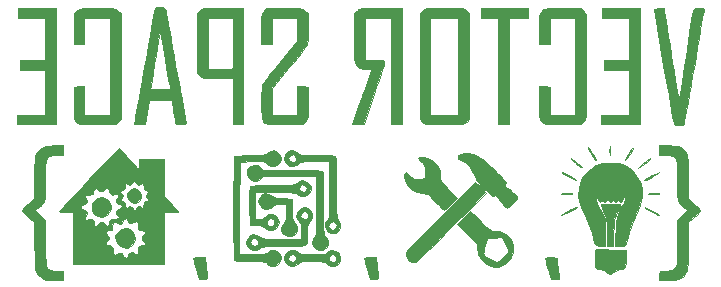
<source format=gbr>
G04 #@! TF.GenerationSoftware,KiCad,Pcbnew,5.1.9+dfsg1-1*
G04 #@! TF.CreationDate,2022-06-21T09:56:44-04:00*
G04 #@! TF.ProjectId,VS_robot_controller,56535f72-6f62-46f7-945f-636f6e74726f,rev?*
G04 #@! TF.SameCoordinates,Original*
G04 #@! TF.FileFunction,Legend,Bot*
G04 #@! TF.FilePolarity,Positive*
%FSLAX46Y46*%
G04 Gerber Fmt 4.6, Leading zero omitted, Abs format (unit mm)*
G04 Created by KiCad (PCBNEW 5.1.9+dfsg1-1) date 2022-06-21 09:56:44*
%MOMM*%
%LPD*%
G01*
G04 APERTURE LIST*
%ADD10C,0.010000*%
G04 APERTURE END LIST*
D10*
G36*
X230039334Y-71458667D02*
G01*
X230625855Y-71458667D01*
X230944015Y-71464832D01*
X231142831Y-71493053D01*
X231272130Y-71557916D01*
X231381737Y-71674008D01*
X231387855Y-71681751D01*
X231448358Y-71768838D01*
X231493142Y-71871098D01*
X231524559Y-72013747D01*
X231544963Y-72222002D01*
X231556707Y-72521080D01*
X231562144Y-72936198D01*
X231563627Y-73492572D01*
X231563650Y-73565585D01*
X231565132Y-74144434D01*
X231570831Y-74579955D01*
X231583003Y-74898142D01*
X231603906Y-75124989D01*
X231635797Y-75286489D01*
X231680933Y-75408638D01*
X231731739Y-75501500D01*
X231855507Y-75679885D01*
X231950576Y-75774873D01*
X231964256Y-75779483D01*
X232068951Y-75830760D01*
X232230838Y-75950353D01*
X232233139Y-75952265D01*
X232437277Y-76122229D01*
X232000305Y-76526063D01*
X231563334Y-76929896D01*
X231563334Y-78803103D01*
X231559830Y-79361526D01*
X231550026Y-79872916D01*
X231534983Y-80309459D01*
X231515760Y-80643346D01*
X231493420Y-80846764D01*
X231483918Y-80885189D01*
X231326650Y-81076153D01*
X231044076Y-81208914D01*
X230674341Y-81269512D01*
X230441729Y-81266598D01*
X230081667Y-81240214D01*
X230055862Y-81641107D01*
X230030056Y-82042000D01*
X230775528Y-82040072D01*
X231284314Y-82019331D01*
X231644816Y-81958642D01*
X231795640Y-81902752D01*
X232021610Y-81739345D01*
X232228797Y-81508843D01*
X232261306Y-81460180D01*
X232322066Y-81354734D01*
X232368826Y-81243074D01*
X232403798Y-81101783D01*
X232429193Y-80907443D01*
X232447224Y-80636634D01*
X232460103Y-80265939D01*
X232470041Y-79771937D01*
X232478918Y-79156233D01*
X232505502Y-77159465D01*
X233008085Y-76717074D01*
X233245106Y-76496128D01*
X233421935Y-76307837D01*
X233507272Y-76186200D01*
X233510667Y-76171191D01*
X233453904Y-76067365D01*
X233302859Y-75881833D01*
X233086402Y-75649112D01*
X233008557Y-75570828D01*
X232506446Y-75073956D01*
X232479390Y-73272283D01*
X232469277Y-72670138D01*
X232457856Y-72213238D01*
X232442739Y-71877497D01*
X232421542Y-71638829D01*
X232391877Y-71473150D01*
X232351360Y-71356375D01*
X232297604Y-71264416D01*
X232277769Y-71237036D01*
X232061263Y-70979623D01*
X231840706Y-70807783D01*
X231572673Y-70703061D01*
X231213738Y-70647000D01*
X230837661Y-70624994D01*
X230039334Y-70595654D01*
X230039334Y-71458667D01*
G37*
X230039334Y-71458667D02*
X230625855Y-71458667D01*
X230944015Y-71464832D01*
X231142831Y-71493053D01*
X231272130Y-71557916D01*
X231381737Y-71674008D01*
X231387855Y-71681751D01*
X231448358Y-71768838D01*
X231493142Y-71871098D01*
X231524559Y-72013747D01*
X231544963Y-72222002D01*
X231556707Y-72521080D01*
X231562144Y-72936198D01*
X231563627Y-73492572D01*
X231563650Y-73565585D01*
X231565132Y-74144434D01*
X231570831Y-74579955D01*
X231583003Y-74898142D01*
X231603906Y-75124989D01*
X231635797Y-75286489D01*
X231680933Y-75408638D01*
X231731739Y-75501500D01*
X231855507Y-75679885D01*
X231950576Y-75774873D01*
X231964256Y-75779483D01*
X232068951Y-75830760D01*
X232230838Y-75950353D01*
X232233139Y-75952265D01*
X232437277Y-76122229D01*
X232000305Y-76526063D01*
X231563334Y-76929896D01*
X231563334Y-78803103D01*
X231559830Y-79361526D01*
X231550026Y-79872916D01*
X231534983Y-80309459D01*
X231515760Y-80643346D01*
X231493420Y-80846764D01*
X231483918Y-80885189D01*
X231326650Y-81076153D01*
X231044076Y-81208914D01*
X230674341Y-81269512D01*
X230441729Y-81266598D01*
X230081667Y-81240214D01*
X230055862Y-81641107D01*
X230030056Y-82042000D01*
X230775528Y-82040072D01*
X231284314Y-82019331D01*
X231644816Y-81958642D01*
X231795640Y-81902752D01*
X232021610Y-81739345D01*
X232228797Y-81508843D01*
X232261306Y-81460180D01*
X232322066Y-81354734D01*
X232368826Y-81243074D01*
X232403798Y-81101783D01*
X232429193Y-80907443D01*
X232447224Y-80636634D01*
X232460103Y-80265939D01*
X232470041Y-79771937D01*
X232478918Y-79156233D01*
X232505502Y-77159465D01*
X233008085Y-76717074D01*
X233245106Y-76496128D01*
X233421935Y-76307837D01*
X233507272Y-76186200D01*
X233510667Y-76171191D01*
X233453904Y-76067365D01*
X233302859Y-75881833D01*
X233086402Y-75649112D01*
X233008557Y-75570828D01*
X232506446Y-75073956D01*
X232479390Y-73272283D01*
X232469277Y-72670138D01*
X232457856Y-72213238D01*
X232442739Y-71877497D01*
X232421542Y-71638829D01*
X232391877Y-71473150D01*
X232351360Y-71356375D01*
X232297604Y-71264416D01*
X232277769Y-71237036D01*
X232061263Y-70979623D01*
X231840706Y-70807783D01*
X231572673Y-70703061D01*
X231213738Y-70647000D01*
X230837661Y-70624994D01*
X230039334Y-70595654D01*
X230039334Y-71458667D01*
G36*
X178794834Y-70624994D02*
G01*
X178398821Y-70646238D01*
X178125607Y-70681287D01*
X177928698Y-70740268D01*
X177761599Y-70833304D01*
X177726634Y-70857624D01*
X177537618Y-71009641D01*
X177392331Y-71178047D01*
X177285168Y-71386585D01*
X177210527Y-71658995D01*
X177162804Y-72019020D01*
X177136395Y-72490401D01*
X177125696Y-73096879D01*
X177124527Y-73408650D01*
X177122667Y-75062301D01*
X176614667Y-75565000D01*
X176382021Y-75806692D01*
X176205410Y-76012014D01*
X176113516Y-76146788D01*
X176106667Y-76170368D01*
X176166741Y-76271149D01*
X176325938Y-76445769D01*
X176552724Y-76660357D01*
X176609197Y-76710125D01*
X177111726Y-77147211D01*
X177138363Y-79165286D01*
X177148305Y-79841900D01*
X177161834Y-80371766D01*
X177184504Y-80777457D01*
X177221867Y-81081546D01*
X177279476Y-81306606D01*
X177362884Y-81475211D01*
X177477643Y-81609934D01*
X177629307Y-81733349D01*
X177799140Y-81851500D01*
X177963912Y-81946614D01*
X178146741Y-82004193D01*
X178395264Y-82033013D01*
X178757121Y-82041853D01*
X178833160Y-82042000D01*
X179587278Y-82042000D01*
X179561473Y-81641107D01*
X179535667Y-81240214D01*
X179175606Y-81266598D01*
X178773534Y-81252861D01*
X178437107Y-81159087D01*
X178204471Y-80999236D01*
X178133416Y-80885189D01*
X178110132Y-80741304D01*
X178089545Y-80455904D01*
X178072715Y-80056802D01*
X178060703Y-79571809D01*
X178054570Y-79028736D01*
X178054000Y-78803103D01*
X178054000Y-76929896D01*
X177617029Y-76526063D01*
X177180058Y-76122229D01*
X177384196Y-75952265D01*
X177546388Y-75832043D01*
X177652337Y-75779526D01*
X177653078Y-75779483D01*
X177734832Y-75712159D01*
X177855690Y-75548998D01*
X177885595Y-75501500D01*
X177943847Y-75392384D01*
X177986924Y-75266145D01*
X178017084Y-75096788D01*
X178036582Y-74858319D01*
X178047677Y-74524744D01*
X178052625Y-74070069D01*
X178053684Y-73565585D01*
X178054868Y-72991629D01*
X178059739Y-72561784D01*
X178070651Y-72250834D01*
X178089956Y-72033562D01*
X178120008Y-71884751D01*
X178163160Y-71779185D01*
X178221766Y-71691645D01*
X178229479Y-71681751D01*
X178339426Y-71562583D01*
X178466464Y-71495406D01*
X178660418Y-71465633D01*
X178971113Y-71458677D01*
X178991479Y-71458667D01*
X179578000Y-71458667D01*
X179578000Y-70595654D01*
X178794834Y-70624994D01*
G37*
X178794834Y-70624994D02*
X178398821Y-70646238D01*
X178125607Y-70681287D01*
X177928698Y-70740268D01*
X177761599Y-70833304D01*
X177726634Y-70857624D01*
X177537618Y-71009641D01*
X177392331Y-71178047D01*
X177285168Y-71386585D01*
X177210527Y-71658995D01*
X177162804Y-72019020D01*
X177136395Y-72490401D01*
X177125696Y-73096879D01*
X177124527Y-73408650D01*
X177122667Y-75062301D01*
X176614667Y-75565000D01*
X176382021Y-75806692D01*
X176205410Y-76012014D01*
X176113516Y-76146788D01*
X176106667Y-76170368D01*
X176166741Y-76271149D01*
X176325938Y-76445769D01*
X176552724Y-76660357D01*
X176609197Y-76710125D01*
X177111726Y-77147211D01*
X177138363Y-79165286D01*
X177148305Y-79841900D01*
X177161834Y-80371766D01*
X177184504Y-80777457D01*
X177221867Y-81081546D01*
X177279476Y-81306606D01*
X177362884Y-81475211D01*
X177477643Y-81609934D01*
X177629307Y-81733349D01*
X177799140Y-81851500D01*
X177963912Y-81946614D01*
X178146741Y-82004193D01*
X178395264Y-82033013D01*
X178757121Y-82041853D01*
X178833160Y-82042000D01*
X179587278Y-82042000D01*
X179561473Y-81641107D01*
X179535667Y-81240214D01*
X179175606Y-81266598D01*
X178773534Y-81252861D01*
X178437107Y-81159087D01*
X178204471Y-80999236D01*
X178133416Y-80885189D01*
X178110132Y-80741304D01*
X178089545Y-80455904D01*
X178072715Y-80056802D01*
X178060703Y-79571809D01*
X178054570Y-79028736D01*
X178054000Y-78803103D01*
X178054000Y-76929896D01*
X177617029Y-76526063D01*
X177180058Y-76122229D01*
X177384196Y-75952265D01*
X177546388Y-75832043D01*
X177652337Y-75779526D01*
X177653078Y-75779483D01*
X177734832Y-75712159D01*
X177855690Y-75548998D01*
X177885595Y-75501500D01*
X177943847Y-75392384D01*
X177986924Y-75266145D01*
X178017084Y-75096788D01*
X178036582Y-74858319D01*
X178047677Y-74524744D01*
X178052625Y-74070069D01*
X178053684Y-73565585D01*
X178054868Y-72991629D01*
X178059739Y-72561784D01*
X178070651Y-72250834D01*
X178089956Y-72033562D01*
X178120008Y-71884751D01*
X178163160Y-71779185D01*
X178221766Y-71691645D01*
X178229479Y-71681751D01*
X178339426Y-71562583D01*
X178466464Y-71495406D01*
X178660418Y-71465633D01*
X178971113Y-71458677D01*
X178991479Y-71458667D01*
X179578000Y-71458667D01*
X179578000Y-70595654D01*
X178794834Y-70624994D01*
G36*
X220428631Y-80137132D02*
G01*
X220387334Y-80199641D01*
X220411475Y-80324728D01*
X220476523Y-80570705D01*
X220571416Y-80897298D01*
X220644318Y-81135199D01*
X220901303Y-81957333D01*
X221551867Y-81957333D01*
X221514215Y-81597500D01*
X221484359Y-81312475D01*
X221446489Y-80951338D01*
X221418782Y-80687333D01*
X221361000Y-80137000D01*
X220874167Y-80111608D01*
X220581694Y-80107478D01*
X220428631Y-80137132D01*
G37*
X220428631Y-80137132D02*
X220387334Y-80199641D01*
X220411475Y-80324728D01*
X220476523Y-80570705D01*
X220571416Y-80897298D01*
X220644318Y-81135199D01*
X220901303Y-81957333D01*
X221551867Y-81957333D01*
X221514215Y-81597500D01*
X221484359Y-81312475D01*
X221446489Y-80951338D01*
X221418782Y-80687333D01*
X221361000Y-80137000D01*
X220874167Y-80111608D01*
X220581694Y-80107478D01*
X220428631Y-80137132D01*
G36*
X205266174Y-80109462D02*
G01*
X205094851Y-80150411D01*
X205062667Y-80187266D01*
X205086561Y-80302798D01*
X205151040Y-80541071D01*
X205245304Y-80863477D01*
X205323242Y-81118599D01*
X205583816Y-81957333D01*
X205925331Y-81957333D01*
X206141999Y-81950197D01*
X206231228Y-81902695D01*
X206234910Y-81775684D01*
X206219819Y-81682167D01*
X206189302Y-81461684D01*
X206153016Y-81139005D01*
X206118405Y-80780749D01*
X206115783Y-80750833D01*
X206058773Y-80094667D01*
X205560720Y-80094667D01*
X205266174Y-80109462D01*
G37*
X205266174Y-80109462D02*
X205094851Y-80150411D01*
X205062667Y-80187266D01*
X205086561Y-80302798D01*
X205151040Y-80541071D01*
X205245304Y-80863477D01*
X205323242Y-81118599D01*
X205583816Y-81957333D01*
X205925331Y-81957333D01*
X206141999Y-81950197D01*
X206231228Y-81902695D01*
X206234910Y-81775684D01*
X206219819Y-81682167D01*
X206189302Y-81461684D01*
X206153016Y-81139005D01*
X206118405Y-80780749D01*
X206115783Y-80750833D01*
X206058773Y-80094667D01*
X205560720Y-80094667D01*
X205266174Y-80109462D01*
G36*
X190788174Y-80109462D02*
G01*
X190616851Y-80150411D01*
X190584667Y-80187266D01*
X190608561Y-80302798D01*
X190673040Y-80541071D01*
X190767304Y-80863477D01*
X190845242Y-81118599D01*
X191105816Y-81957333D01*
X191447331Y-81957333D01*
X191663999Y-81950197D01*
X191753228Y-81902695D01*
X191756910Y-81775684D01*
X191741819Y-81682167D01*
X191711302Y-81461684D01*
X191675016Y-81139005D01*
X191640405Y-80780749D01*
X191637783Y-80750833D01*
X191580773Y-80094667D01*
X191082720Y-80094667D01*
X190788174Y-80109462D01*
G37*
X190788174Y-80109462D02*
X190616851Y-80150411D01*
X190584667Y-80187266D01*
X190608561Y-80302798D01*
X190673040Y-80541071D01*
X190767304Y-80863477D01*
X190845242Y-81118599D01*
X191105816Y-81957333D01*
X191447331Y-81957333D01*
X191663999Y-81950197D01*
X191753228Y-81902695D01*
X191756910Y-81775684D01*
X191741819Y-81682167D01*
X191711302Y-81461684D01*
X191675016Y-81139005D01*
X191640405Y-80780749D01*
X191637783Y-80750833D01*
X191580773Y-80094667D01*
X191082720Y-80094667D01*
X190788174Y-80109462D01*
G36*
X224832174Y-79437776D02*
G01*
X224663656Y-79449532D01*
X224636088Y-79458357D01*
X224608622Y-79564255D01*
X224585644Y-79796194D01*
X224570937Y-80110887D01*
X224568456Y-80231755D01*
X224573351Y-80627765D01*
X224612399Y-80884491D01*
X224702380Y-81031093D01*
X224860072Y-81096726D01*
X225074272Y-81110667D01*
X225277699Y-81164243D01*
X225503431Y-81295848D01*
X225536560Y-81322333D01*
X225717037Y-81458800D01*
X225847831Y-81530715D01*
X225865274Y-81534000D01*
X225976366Y-81487529D01*
X226160869Y-81371297D01*
X226229334Y-81322333D01*
X226464414Y-81186101D01*
X226688368Y-81113154D01*
X226732616Y-81109370D01*
X226945166Y-81090134D01*
X227083055Y-81015842D01*
X227162326Y-80857031D01*
X227199020Y-80584236D01*
X227208765Y-80234868D01*
X227214530Y-79522197D01*
X225954166Y-79461419D01*
X225508548Y-79443791D01*
X225124177Y-79435886D01*
X224832174Y-79437776D01*
G37*
X224832174Y-79437776D02*
X224663656Y-79449532D01*
X224636088Y-79458357D01*
X224608622Y-79564255D01*
X224585644Y-79796194D01*
X224570937Y-80110887D01*
X224568456Y-80231755D01*
X224573351Y-80627765D01*
X224612399Y-80884491D01*
X224702380Y-81031093D01*
X224860072Y-81096726D01*
X225074272Y-81110667D01*
X225277699Y-81164243D01*
X225503431Y-81295848D01*
X225536560Y-81322333D01*
X225717037Y-81458800D01*
X225847831Y-81530715D01*
X225865274Y-81534000D01*
X225976366Y-81487529D01*
X226160869Y-81371297D01*
X226229334Y-81322333D01*
X226464414Y-81186101D01*
X226688368Y-81113154D01*
X226732616Y-81109370D01*
X226945166Y-81090134D01*
X227083055Y-81015842D01*
X227162326Y-80857031D01*
X227199020Y-80584236D01*
X227208765Y-80234868D01*
X227214530Y-79522197D01*
X225954166Y-79461419D01*
X225508548Y-79443791D01*
X225124177Y-79435886D01*
X224832174Y-79437776D01*
G36*
X213486968Y-76708032D02*
G01*
X212935664Y-77254435D01*
X213782832Y-78104497D01*
X214117841Y-78443286D01*
X214350567Y-78689994D01*
X214499572Y-78871157D01*
X214583420Y-79013313D01*
X214620670Y-79142998D01*
X214629886Y-79286750D01*
X214630000Y-79315665D01*
X214658338Y-79620759D01*
X214728147Y-79908014D01*
X214744389Y-79950542D01*
X214945604Y-80264604D01*
X215252532Y-80558555D01*
X215604603Y-80780294D01*
X215791853Y-80851576D01*
X216029903Y-80912159D01*
X216200310Y-80926425D01*
X216388323Y-80893323D01*
X216574241Y-80841926D01*
X217036649Y-80629998D01*
X217385331Y-80294808D01*
X217510584Y-80090909D01*
X217649592Y-79656972D01*
X217650613Y-79609001D01*
X217254667Y-79609001D01*
X217195848Y-79705113D01*
X217045468Y-79872035D01*
X216842640Y-80072884D01*
X216626477Y-80270776D01*
X216436095Y-80428831D01*
X216310606Y-80510164D01*
X216294758Y-80514157D01*
X216190992Y-80477316D01*
X215983216Y-80376601D01*
X215714055Y-80232827D01*
X215680924Y-80214380D01*
X215404799Y-80053511D01*
X215235627Y-79916920D01*
X215158989Y-79762590D01*
X215160463Y-79548506D01*
X215225629Y-79232652D01*
X215275294Y-79032567D01*
X215352793Y-78741106D01*
X215419080Y-78577538D01*
X215501931Y-78504968D01*
X215629123Y-78486506D01*
X215686810Y-78486000D01*
X215947356Y-78473955D01*
X216261674Y-78443910D01*
X216352322Y-78432368D01*
X216743611Y-78378736D01*
X216999139Y-78948260D01*
X217123884Y-79237978D01*
X217214881Y-79471595D01*
X217254255Y-79602890D01*
X217254667Y-79609001D01*
X217650613Y-79609001D01*
X217659408Y-79195807D01*
X217549473Y-78752584D01*
X217329227Y-78372469D01*
X217107641Y-78163217D01*
X216833850Y-78014138D01*
X216509348Y-77901537D01*
X216199212Y-77843005D01*
X215969889Y-77855690D01*
X215877786Y-77857092D01*
X215753521Y-77798587D01*
X215577294Y-77664781D01*
X215329299Y-77440279D01*
X214989736Y-77109686D01*
X214916188Y-77036555D01*
X214038273Y-76161628D01*
X213486968Y-76708032D01*
G37*
X213486968Y-76708032D02*
X212935664Y-77254435D01*
X213782832Y-78104497D01*
X214117841Y-78443286D01*
X214350567Y-78689994D01*
X214499572Y-78871157D01*
X214583420Y-79013313D01*
X214620670Y-79142998D01*
X214629886Y-79286750D01*
X214630000Y-79315665D01*
X214658338Y-79620759D01*
X214728147Y-79908014D01*
X214744389Y-79950542D01*
X214945604Y-80264604D01*
X215252532Y-80558555D01*
X215604603Y-80780294D01*
X215791853Y-80851576D01*
X216029903Y-80912159D01*
X216200310Y-80926425D01*
X216388323Y-80893323D01*
X216574241Y-80841926D01*
X217036649Y-80629998D01*
X217385331Y-80294808D01*
X217510584Y-80090909D01*
X217649592Y-79656972D01*
X217650613Y-79609001D01*
X217254667Y-79609001D01*
X217195848Y-79705113D01*
X217045468Y-79872035D01*
X216842640Y-80072884D01*
X216626477Y-80270776D01*
X216436095Y-80428831D01*
X216310606Y-80510164D01*
X216294758Y-80514157D01*
X216190992Y-80477316D01*
X215983216Y-80376601D01*
X215714055Y-80232827D01*
X215680924Y-80214380D01*
X215404799Y-80053511D01*
X215235627Y-79916920D01*
X215158989Y-79762590D01*
X215160463Y-79548506D01*
X215225629Y-79232652D01*
X215275294Y-79032567D01*
X215352793Y-78741106D01*
X215419080Y-78577538D01*
X215501931Y-78504968D01*
X215629123Y-78486506D01*
X215686810Y-78486000D01*
X215947356Y-78473955D01*
X216261674Y-78443910D01*
X216352322Y-78432368D01*
X216743611Y-78378736D01*
X216999139Y-78948260D01*
X217123884Y-79237978D01*
X217214881Y-79471595D01*
X217254255Y-79602890D01*
X217254667Y-79609001D01*
X217650613Y-79609001D01*
X217659408Y-79195807D01*
X217549473Y-78752584D01*
X217329227Y-78372469D01*
X217107641Y-78163217D01*
X216833850Y-78014138D01*
X216509348Y-77901537D01*
X216199212Y-77843005D01*
X215969889Y-77855690D01*
X215877786Y-77857092D01*
X215753521Y-77798587D01*
X215577294Y-77664781D01*
X215329299Y-77440279D01*
X214989736Y-77109686D01*
X214916188Y-77036555D01*
X214038273Y-76161628D01*
X213486968Y-76708032D01*
G36*
X201998344Y-79614045D02*
G01*
X201930000Y-79671333D01*
X201842632Y-79742460D01*
X201727360Y-79790517D01*
X201552041Y-79819910D01*
X201284535Y-79835045D01*
X200892700Y-79840326D01*
X200694522Y-79840667D01*
X200239737Y-79837729D01*
X199920668Y-79825959D01*
X199703754Y-79800922D01*
X199555435Y-79758183D01*
X199442149Y-79693308D01*
X199413104Y-79671333D01*
X199123558Y-79532635D01*
X198825306Y-79531251D01*
X198559464Y-79648596D01*
X198367148Y-79866081D01*
X198289475Y-80165121D01*
X198289334Y-80179333D01*
X198360567Y-80482232D01*
X198546268Y-80703388D01*
X198804436Y-80825805D01*
X199093075Y-80832487D01*
X199370183Y-80706437D01*
X199440031Y-80645000D01*
X199538358Y-80555534D01*
X199643843Y-80495618D01*
X199790871Y-80459348D01*
X200013825Y-80440821D01*
X200347088Y-80434133D01*
X200672794Y-80433333D01*
X201108048Y-80435408D01*
X201409678Y-80445591D01*
X201613380Y-80469818D01*
X201754848Y-80514027D01*
X201869778Y-80584154D01*
X201945441Y-80645000D01*
X202241144Y-80821105D01*
X202524263Y-80831473D01*
X202807582Y-80681188D01*
X202986795Y-80443405D01*
X203039258Y-80149445D01*
X203033644Y-80127813D01*
X202677614Y-80127813D01*
X202643207Y-80354662D01*
X202512615Y-80490633D01*
X202336268Y-80520318D01*
X202164597Y-80428311D01*
X202085071Y-80308840D01*
X202076451Y-80255074D01*
X199281019Y-80255074D01*
X199194872Y-80426052D01*
X199013700Y-80515010D01*
X198966667Y-80518000D01*
X198787715Y-80456936D01*
X198716043Y-80395067D01*
X198642030Y-80206205D01*
X198688103Y-80021919D01*
X198818207Y-79887644D01*
X198996289Y-79848816D01*
X199114834Y-79892508D01*
X199258790Y-80058437D01*
X199281019Y-80255074D01*
X202076451Y-80255074D01*
X202048024Y-80077775D01*
X202150895Y-79914771D01*
X202367764Y-79853668D01*
X202430753Y-79857553D01*
X202599636Y-79917903D01*
X202670951Y-80079763D01*
X202677614Y-80127813D01*
X203033644Y-80127813D01*
X202963395Y-79857174D01*
X202834710Y-79686092D01*
X202569946Y-79536112D01*
X202270082Y-79511752D01*
X201998344Y-79614045D01*
G37*
X201998344Y-79614045D02*
X201930000Y-79671333D01*
X201842632Y-79742460D01*
X201727360Y-79790517D01*
X201552041Y-79819910D01*
X201284535Y-79835045D01*
X200892700Y-79840326D01*
X200694522Y-79840667D01*
X200239737Y-79837729D01*
X199920668Y-79825959D01*
X199703754Y-79800922D01*
X199555435Y-79758183D01*
X199442149Y-79693308D01*
X199413104Y-79671333D01*
X199123558Y-79532635D01*
X198825306Y-79531251D01*
X198559464Y-79648596D01*
X198367148Y-79866081D01*
X198289475Y-80165121D01*
X198289334Y-80179333D01*
X198360567Y-80482232D01*
X198546268Y-80703388D01*
X198804436Y-80825805D01*
X199093075Y-80832487D01*
X199370183Y-80706437D01*
X199440031Y-80645000D01*
X199538358Y-80555534D01*
X199643843Y-80495618D01*
X199790871Y-80459348D01*
X200013825Y-80440821D01*
X200347088Y-80434133D01*
X200672794Y-80433333D01*
X201108048Y-80435408D01*
X201409678Y-80445591D01*
X201613380Y-80469818D01*
X201754848Y-80514027D01*
X201869778Y-80584154D01*
X201945441Y-80645000D01*
X202241144Y-80821105D01*
X202524263Y-80831473D01*
X202807582Y-80681188D01*
X202986795Y-80443405D01*
X203039258Y-80149445D01*
X203033644Y-80127813D01*
X202677614Y-80127813D01*
X202643207Y-80354662D01*
X202512615Y-80490633D01*
X202336268Y-80520318D01*
X202164597Y-80428311D01*
X202085071Y-80308840D01*
X202076451Y-80255074D01*
X199281019Y-80255074D01*
X199194872Y-80426052D01*
X199013700Y-80515010D01*
X198966667Y-80518000D01*
X198787715Y-80456936D01*
X198716043Y-80395067D01*
X198642030Y-80206205D01*
X198688103Y-80021919D01*
X198818207Y-79887644D01*
X198996289Y-79848816D01*
X199114834Y-79892508D01*
X199258790Y-80058437D01*
X199281019Y-80255074D01*
X202076451Y-80255074D01*
X202048024Y-80077775D01*
X202150895Y-79914771D01*
X202367764Y-79853668D01*
X202430753Y-79857553D01*
X202599636Y-79917903D01*
X202670951Y-80079763D01*
X202677614Y-80127813D01*
X203033644Y-80127813D01*
X202963395Y-79857174D01*
X202834710Y-79686092D01*
X202569946Y-79536112D01*
X202270082Y-79511752D01*
X201998344Y-79614045D01*
G36*
X197146248Y-71075873D02*
G01*
X196868136Y-71244732D01*
X196764837Y-71324806D01*
X196655953Y-71382060D01*
X196511490Y-71420996D01*
X196301454Y-71446114D01*
X195995852Y-71461915D01*
X195564688Y-71472900D01*
X195316474Y-71477565D01*
X194013667Y-71501000D01*
X193991725Y-75851724D01*
X193987575Y-76916652D01*
X193986795Y-77820354D01*
X193989519Y-78570910D01*
X193995880Y-79176396D01*
X194006013Y-79644890D01*
X194020050Y-79984470D01*
X194038125Y-80203213D01*
X194060372Y-80309197D01*
X194065592Y-80317891D01*
X194149598Y-80366313D01*
X194322616Y-80400122D01*
X194606480Y-80421223D01*
X195023025Y-80431524D01*
X195387645Y-80433333D01*
X195868728Y-80434617D01*
X196211728Y-80441454D01*
X196447895Y-80458319D01*
X196608478Y-80489687D01*
X196724724Y-80540036D01*
X196827881Y-80613839D01*
X196865441Y-80645000D01*
X197171664Y-80818581D01*
X197475453Y-80837269D01*
X197747955Y-80699779D01*
X197764344Y-80684990D01*
X197963722Y-80404511D01*
X197997677Y-80094921D01*
X197918355Y-79860045D01*
X197719106Y-79625314D01*
X197453229Y-79504372D01*
X197170884Y-79506445D01*
X196922229Y-79640760D01*
X196892334Y-79671333D01*
X196815188Y-79740468D01*
X196710644Y-79787863D01*
X196548191Y-79817540D01*
X196297317Y-79833525D01*
X195927512Y-79839840D01*
X195608366Y-79840667D01*
X194477643Y-79840667D01*
X194499655Y-75924833D01*
X194521667Y-72009000D01*
X195567810Y-71985155D01*
X196005263Y-71976539D01*
X196306701Y-71977629D01*
X196505380Y-71993516D01*
X196634554Y-72029288D01*
X196727478Y-72090035D01*
X196812600Y-72175655D01*
X197080099Y-72357990D01*
X197379864Y-72400548D01*
X197664411Y-72309104D01*
X197886257Y-72089432D01*
X197913262Y-72041804D01*
X197995310Y-71723034D01*
X197914019Y-71424478D01*
X197718068Y-71203327D01*
X197431553Y-71056590D01*
X197146248Y-71075873D01*
G37*
X197146248Y-71075873D02*
X196868136Y-71244732D01*
X196764837Y-71324806D01*
X196655953Y-71382060D01*
X196511490Y-71420996D01*
X196301454Y-71446114D01*
X195995852Y-71461915D01*
X195564688Y-71472900D01*
X195316474Y-71477565D01*
X194013667Y-71501000D01*
X193991725Y-75851724D01*
X193987575Y-76916652D01*
X193986795Y-77820354D01*
X193989519Y-78570910D01*
X193995880Y-79176396D01*
X194006013Y-79644890D01*
X194020050Y-79984470D01*
X194038125Y-80203213D01*
X194060372Y-80309197D01*
X194065592Y-80317891D01*
X194149598Y-80366313D01*
X194322616Y-80400122D01*
X194606480Y-80421223D01*
X195023025Y-80431524D01*
X195387645Y-80433333D01*
X195868728Y-80434617D01*
X196211728Y-80441454D01*
X196447895Y-80458319D01*
X196608478Y-80489687D01*
X196724724Y-80540036D01*
X196827881Y-80613839D01*
X196865441Y-80645000D01*
X197171664Y-80818581D01*
X197475453Y-80837269D01*
X197747955Y-80699779D01*
X197764344Y-80684990D01*
X197963722Y-80404511D01*
X197997677Y-80094921D01*
X197918355Y-79860045D01*
X197719106Y-79625314D01*
X197453229Y-79504372D01*
X197170884Y-79506445D01*
X196922229Y-79640760D01*
X196892334Y-79671333D01*
X196815188Y-79740468D01*
X196710644Y-79787863D01*
X196548191Y-79817540D01*
X196297317Y-79833525D01*
X195927512Y-79839840D01*
X195608366Y-79840667D01*
X194477643Y-79840667D01*
X194499655Y-75924833D01*
X194521667Y-72009000D01*
X195567810Y-71985155D01*
X196005263Y-71976539D01*
X196306701Y-71977629D01*
X196505380Y-71993516D01*
X196634554Y-72029288D01*
X196727478Y-72090035D01*
X196812600Y-72175655D01*
X197080099Y-72357990D01*
X197379864Y-72400548D01*
X197664411Y-72309104D01*
X197886257Y-72089432D01*
X197913262Y-72041804D01*
X197995310Y-71723034D01*
X197914019Y-71424478D01*
X197718068Y-71203327D01*
X197431553Y-71056590D01*
X197146248Y-71075873D01*
G36*
X181779334Y-73487277D02*
G01*
X181251236Y-74047277D01*
X180759877Y-74570370D01*
X180317350Y-75043528D01*
X179935751Y-75453726D01*
X179627177Y-75787936D01*
X179403721Y-76033130D01*
X179277480Y-76176282D01*
X179253445Y-76207733D01*
X179316445Y-76245278D01*
X179508776Y-76272672D01*
X179790506Y-76284540D01*
X179824945Y-76284667D01*
X180424667Y-76284667D01*
X180424667Y-80687333D01*
X188129334Y-80687333D01*
X188129334Y-77978088D01*
X186505828Y-77978088D01*
X186461761Y-78129345D01*
X186366166Y-78215039D01*
X186206957Y-78384460D01*
X186216306Y-78566382D01*
X186356514Y-78727170D01*
X186477130Y-78888912D01*
X186466849Y-79031576D01*
X186341448Y-79106091D01*
X186236109Y-79101640D01*
X186020941Y-79123539D01*
X185903397Y-79263966D01*
X185908591Y-79488425D01*
X185923134Y-79531533D01*
X185942396Y-79735944D01*
X185850022Y-79855437D01*
X185690168Y-79857966D01*
X185574288Y-79784717D01*
X185397319Y-79704318D01*
X185216488Y-79728656D01*
X185097361Y-79840147D01*
X185081334Y-79916928D01*
X185027363Y-80110360D01*
X184901178Y-80182482D01*
X184756373Y-80125326D01*
X184662391Y-79979214D01*
X184519001Y-79773297D01*
X184319842Y-79716975D01*
X184133401Y-79791963D01*
X183926707Y-79882063D01*
X183796918Y-79825534D01*
X183762170Y-79634556D01*
X183773477Y-79550247D01*
X183764749Y-79293743D01*
X183645821Y-79130762D01*
X183442528Y-79091836D01*
X183393919Y-79101651D01*
X183235057Y-79087879D01*
X183168396Y-78980100D01*
X183209554Y-78835337D01*
X183297830Y-78750840D01*
X183448645Y-78572905D01*
X183443529Y-78372394D01*
X183301437Y-78206334D01*
X183179916Y-78057312D01*
X183209767Y-77916186D01*
X183374941Y-77816242D01*
X183501040Y-77792327D01*
X183676755Y-77761299D01*
X183745729Y-77678766D01*
X183747579Y-77490049D01*
X183745010Y-77455575D01*
X183758524Y-77194612D01*
X183851880Y-77082582D01*
X184026529Y-77118323D01*
X184106954Y-77165414D01*
X184342527Y-77253962D01*
X184523657Y-77188494D01*
X184625577Y-76994994D01*
X184726032Y-76829467D01*
X184871417Y-76796872D01*
X185002607Y-76896551D01*
X185045395Y-76999667D01*
X185156767Y-77189150D01*
X185345917Y-77235734D01*
X185564444Y-77149763D01*
X185766393Y-77077606D01*
X185887711Y-77147672D01*
X185906362Y-77345684D01*
X185902361Y-77368725D01*
X185889500Y-77628390D01*
X185984826Y-77768165D01*
X186193716Y-77808667D01*
X186410772Y-77857746D01*
X186505828Y-77978088D01*
X188129334Y-77978088D01*
X188129334Y-76284667D01*
X188722000Y-76284667D01*
X189014132Y-76277959D01*
X189225810Y-76260306D01*
X189314202Y-76235416D01*
X189314667Y-76233378D01*
X189260407Y-76153899D01*
X189113964Y-75980078D01*
X188899849Y-75740279D01*
X188722000Y-75547467D01*
X188372405Y-75173123D01*
X186763441Y-75173123D01*
X186731863Y-75305284D01*
X186584167Y-75368611D01*
X186437235Y-75436369D01*
X186403556Y-75607333D01*
X186368742Y-75810171D01*
X186262064Y-75897156D01*
X186122418Y-75847018D01*
X185961791Y-75794809D01*
X185815527Y-75855654D01*
X185758667Y-75985676D01*
X185705351Y-76095950D01*
X185589663Y-76104636D01*
X185477992Y-76020120D01*
X185444533Y-75946000D01*
X185344337Y-75816506D01*
X185185908Y-75776730D01*
X185050352Y-75844445D01*
X185041286Y-75857635D01*
X184943052Y-75918134D01*
X184844263Y-75850583D01*
X184812666Y-75764832D01*
X184573334Y-75764832D01*
X184499472Y-75896317D01*
X184319334Y-76004750D01*
X184121358Y-76141737D01*
X184065653Y-76324336D01*
X184161993Y-76511045D01*
X184193378Y-76539533D01*
X184267841Y-76671009D01*
X184211016Y-76786735D01*
X184059349Y-76847744D01*
X183915351Y-76836797D01*
X183674764Y-76844537D01*
X183515952Y-76984266D01*
X183472667Y-77169922D01*
X183430656Y-77389928D01*
X183324544Y-77467861D01*
X183184213Y-77392817D01*
X183114352Y-77300667D01*
X182945778Y-77154468D01*
X182743066Y-77161063D01*
X182546926Y-77314785D01*
X182398917Y-77427630D01*
X182253974Y-77445678D01*
X182165008Y-77376890D01*
X182172030Y-77258385D01*
X182159456Y-77099678D01*
X182077808Y-76964365D01*
X181937319Y-76855981D01*
X181777810Y-76875625D01*
X181726576Y-76897488D01*
X181510629Y-76946105D01*
X181397765Y-76872326D01*
X181409882Y-76702357D01*
X181469460Y-76589783D01*
X181562369Y-76357310D01*
X181512448Y-76185411D01*
X181327675Y-76099117D01*
X181194440Y-76026948D01*
X181116994Y-75895042D01*
X181111744Y-75763780D01*
X181195094Y-75693542D01*
X181217064Y-75692000D01*
X181375338Y-75635992D01*
X181480442Y-75555463D01*
X181568296Y-75442740D01*
X181552631Y-75330757D01*
X181481155Y-75211634D01*
X181381588Y-74997783D01*
X181425624Y-74866509D01*
X181619500Y-74808121D01*
X181744194Y-74803000D01*
X181959820Y-74791494D01*
X182059702Y-74729651D01*
X182097168Y-74576479D01*
X182102198Y-74527833D01*
X182175571Y-74316627D01*
X182317547Y-74245362D01*
X182491034Y-74326553D01*
X182541334Y-74379667D01*
X182727900Y-74495483D01*
X182933773Y-74463467D01*
X183074999Y-74335437D01*
X183228569Y-74217402D01*
X183377747Y-74242535D01*
X183466309Y-74392798D01*
X183472667Y-74463025D01*
X183532711Y-74692480D01*
X183697676Y-74795789D01*
X183931056Y-74763434D01*
X184128557Y-74737503D01*
X184219040Y-74831741D01*
X184186942Y-75023803D01*
X184156520Y-75087151D01*
X184071381Y-75326564D01*
X184127403Y-75481067D01*
X184319334Y-75565000D01*
X184517968Y-75653432D01*
X184573334Y-75764832D01*
X184812666Y-75764832D01*
X184785528Y-75691184D01*
X184781830Y-75626347D01*
X184747437Y-75444846D01*
X184613880Y-75371717D01*
X184594500Y-75368611D01*
X184434034Y-75301568D01*
X184428273Y-75167246D01*
X184550405Y-74993225D01*
X184648277Y-74868526D01*
X184627206Y-74797759D01*
X184550405Y-74749518D01*
X184420218Y-74617577D01*
X184435186Y-74486144D01*
X184588571Y-74407608D01*
X184594500Y-74406722D01*
X184742422Y-74337612D01*
X184788658Y-74159719D01*
X184788873Y-74150016D01*
X184816562Y-73929659D01*
X184902627Y-73859067D01*
X185066752Y-73923153D01*
X185076839Y-73929300D01*
X185216567Y-73990846D01*
X185325693Y-73942570D01*
X185423750Y-73829333D01*
X185589334Y-73617667D01*
X185754917Y-73829333D01*
X185884868Y-73968591D01*
X185995610Y-73983673D01*
X186101829Y-73929300D01*
X186270158Y-73859184D01*
X186359490Y-73923027D01*
X186389510Y-74135919D01*
X186389795Y-74150016D01*
X186432782Y-74333038D01*
X186576123Y-74405517D01*
X186584167Y-74406722D01*
X186745145Y-74475224D01*
X186751578Y-74610355D01*
X186645531Y-74763027D01*
X186560541Y-74884640D01*
X186602610Y-74975129D01*
X186645531Y-75012894D01*
X186763441Y-75173123D01*
X188372405Y-75173123D01*
X188129334Y-74912845D01*
X188129334Y-71797333D01*
X186012667Y-71797333D01*
X186010945Y-72686333D01*
X185143973Y-71765045D01*
X184277000Y-70843756D01*
X181779334Y-73487277D01*
G37*
X181779334Y-73487277D02*
X181251236Y-74047277D01*
X180759877Y-74570370D01*
X180317350Y-75043528D01*
X179935751Y-75453726D01*
X179627177Y-75787936D01*
X179403721Y-76033130D01*
X179277480Y-76176282D01*
X179253445Y-76207733D01*
X179316445Y-76245278D01*
X179508776Y-76272672D01*
X179790506Y-76284540D01*
X179824945Y-76284667D01*
X180424667Y-76284667D01*
X180424667Y-80687333D01*
X188129334Y-80687333D01*
X188129334Y-77978088D01*
X186505828Y-77978088D01*
X186461761Y-78129345D01*
X186366166Y-78215039D01*
X186206957Y-78384460D01*
X186216306Y-78566382D01*
X186356514Y-78727170D01*
X186477130Y-78888912D01*
X186466849Y-79031576D01*
X186341448Y-79106091D01*
X186236109Y-79101640D01*
X186020941Y-79123539D01*
X185903397Y-79263966D01*
X185908591Y-79488425D01*
X185923134Y-79531533D01*
X185942396Y-79735944D01*
X185850022Y-79855437D01*
X185690168Y-79857966D01*
X185574288Y-79784717D01*
X185397319Y-79704318D01*
X185216488Y-79728656D01*
X185097361Y-79840147D01*
X185081334Y-79916928D01*
X185027363Y-80110360D01*
X184901178Y-80182482D01*
X184756373Y-80125326D01*
X184662391Y-79979214D01*
X184519001Y-79773297D01*
X184319842Y-79716975D01*
X184133401Y-79791963D01*
X183926707Y-79882063D01*
X183796918Y-79825534D01*
X183762170Y-79634556D01*
X183773477Y-79550247D01*
X183764749Y-79293743D01*
X183645821Y-79130762D01*
X183442528Y-79091836D01*
X183393919Y-79101651D01*
X183235057Y-79087879D01*
X183168396Y-78980100D01*
X183209554Y-78835337D01*
X183297830Y-78750840D01*
X183448645Y-78572905D01*
X183443529Y-78372394D01*
X183301437Y-78206334D01*
X183179916Y-78057312D01*
X183209767Y-77916186D01*
X183374941Y-77816242D01*
X183501040Y-77792327D01*
X183676755Y-77761299D01*
X183745729Y-77678766D01*
X183747579Y-77490049D01*
X183745010Y-77455575D01*
X183758524Y-77194612D01*
X183851880Y-77082582D01*
X184026529Y-77118323D01*
X184106954Y-77165414D01*
X184342527Y-77253962D01*
X184523657Y-77188494D01*
X184625577Y-76994994D01*
X184726032Y-76829467D01*
X184871417Y-76796872D01*
X185002607Y-76896551D01*
X185045395Y-76999667D01*
X185156767Y-77189150D01*
X185345917Y-77235734D01*
X185564444Y-77149763D01*
X185766393Y-77077606D01*
X185887711Y-77147672D01*
X185906362Y-77345684D01*
X185902361Y-77368725D01*
X185889500Y-77628390D01*
X185984826Y-77768165D01*
X186193716Y-77808667D01*
X186410772Y-77857746D01*
X186505828Y-77978088D01*
X188129334Y-77978088D01*
X188129334Y-76284667D01*
X188722000Y-76284667D01*
X189014132Y-76277959D01*
X189225810Y-76260306D01*
X189314202Y-76235416D01*
X189314667Y-76233378D01*
X189260407Y-76153899D01*
X189113964Y-75980078D01*
X188899849Y-75740279D01*
X188722000Y-75547467D01*
X188372405Y-75173123D01*
X186763441Y-75173123D01*
X186731863Y-75305284D01*
X186584167Y-75368611D01*
X186437235Y-75436369D01*
X186403556Y-75607333D01*
X186368742Y-75810171D01*
X186262064Y-75897156D01*
X186122418Y-75847018D01*
X185961791Y-75794809D01*
X185815527Y-75855654D01*
X185758667Y-75985676D01*
X185705351Y-76095950D01*
X185589663Y-76104636D01*
X185477992Y-76020120D01*
X185444533Y-75946000D01*
X185344337Y-75816506D01*
X185185908Y-75776730D01*
X185050352Y-75844445D01*
X185041286Y-75857635D01*
X184943052Y-75918134D01*
X184844263Y-75850583D01*
X184812666Y-75764832D01*
X184573334Y-75764832D01*
X184499472Y-75896317D01*
X184319334Y-76004750D01*
X184121358Y-76141737D01*
X184065653Y-76324336D01*
X184161993Y-76511045D01*
X184193378Y-76539533D01*
X184267841Y-76671009D01*
X184211016Y-76786735D01*
X184059349Y-76847744D01*
X183915351Y-76836797D01*
X183674764Y-76844537D01*
X183515952Y-76984266D01*
X183472667Y-77169922D01*
X183430656Y-77389928D01*
X183324544Y-77467861D01*
X183184213Y-77392817D01*
X183114352Y-77300667D01*
X182945778Y-77154468D01*
X182743066Y-77161063D01*
X182546926Y-77314785D01*
X182398917Y-77427630D01*
X182253974Y-77445678D01*
X182165008Y-77376890D01*
X182172030Y-77258385D01*
X182159456Y-77099678D01*
X182077808Y-76964365D01*
X181937319Y-76855981D01*
X181777810Y-76875625D01*
X181726576Y-76897488D01*
X181510629Y-76946105D01*
X181397765Y-76872326D01*
X181409882Y-76702357D01*
X181469460Y-76589783D01*
X181562369Y-76357310D01*
X181512448Y-76185411D01*
X181327675Y-76099117D01*
X181194440Y-76026948D01*
X181116994Y-75895042D01*
X181111744Y-75763780D01*
X181195094Y-75693542D01*
X181217064Y-75692000D01*
X181375338Y-75635992D01*
X181480442Y-75555463D01*
X181568296Y-75442740D01*
X181552631Y-75330757D01*
X181481155Y-75211634D01*
X181381588Y-74997783D01*
X181425624Y-74866509D01*
X181619500Y-74808121D01*
X181744194Y-74803000D01*
X181959820Y-74791494D01*
X182059702Y-74729651D01*
X182097168Y-74576479D01*
X182102198Y-74527833D01*
X182175571Y-74316627D01*
X182317547Y-74245362D01*
X182491034Y-74326553D01*
X182541334Y-74379667D01*
X182727900Y-74495483D01*
X182933773Y-74463467D01*
X183074999Y-74335437D01*
X183228569Y-74217402D01*
X183377747Y-74242535D01*
X183466309Y-74392798D01*
X183472667Y-74463025D01*
X183532711Y-74692480D01*
X183697676Y-74795789D01*
X183931056Y-74763434D01*
X184128557Y-74737503D01*
X184219040Y-74831741D01*
X184186942Y-75023803D01*
X184156520Y-75087151D01*
X184071381Y-75326564D01*
X184127403Y-75481067D01*
X184319334Y-75565000D01*
X184517968Y-75653432D01*
X184573334Y-75764832D01*
X184812666Y-75764832D01*
X184785528Y-75691184D01*
X184781830Y-75626347D01*
X184747437Y-75444846D01*
X184613880Y-75371717D01*
X184594500Y-75368611D01*
X184434034Y-75301568D01*
X184428273Y-75167246D01*
X184550405Y-74993225D01*
X184648277Y-74868526D01*
X184627206Y-74797759D01*
X184550405Y-74749518D01*
X184420218Y-74617577D01*
X184435186Y-74486144D01*
X184588571Y-74407608D01*
X184594500Y-74406722D01*
X184742422Y-74337612D01*
X184788658Y-74159719D01*
X184788873Y-74150016D01*
X184816562Y-73929659D01*
X184902627Y-73859067D01*
X185066752Y-73923153D01*
X185076839Y-73929300D01*
X185216567Y-73990846D01*
X185325693Y-73942570D01*
X185423750Y-73829333D01*
X185589334Y-73617667D01*
X185754917Y-73829333D01*
X185884868Y-73968591D01*
X185995610Y-73983673D01*
X186101829Y-73929300D01*
X186270158Y-73859184D01*
X186359490Y-73923027D01*
X186389510Y-74135919D01*
X186389795Y-74150016D01*
X186432782Y-74333038D01*
X186576123Y-74405517D01*
X186584167Y-74406722D01*
X186745145Y-74475224D01*
X186751578Y-74610355D01*
X186645531Y-74763027D01*
X186560541Y-74884640D01*
X186602610Y-74975129D01*
X186645531Y-75012894D01*
X186763441Y-75173123D01*
X188372405Y-75173123D01*
X188129334Y-74912845D01*
X188129334Y-71797333D01*
X186012667Y-71797333D01*
X186010945Y-72686333D01*
X185143973Y-71765045D01*
X184277000Y-70843756D01*
X181779334Y-73487277D01*
G36*
X211522350Y-76640955D02*
G01*
X210852403Y-77311418D01*
X210292665Y-77873402D01*
X209833265Y-78337823D01*
X209464333Y-78715596D01*
X209176000Y-79017639D01*
X208958397Y-79254865D01*
X208801652Y-79438192D01*
X208695897Y-79578535D01*
X208631262Y-79686810D01*
X208597876Y-79773932D01*
X208585871Y-79850817D01*
X208584800Y-79889827D01*
X208657289Y-80201605D01*
X208858639Y-80417689D01*
X209164676Y-80514870D01*
X209239076Y-80518000D01*
X209310244Y-80507352D01*
X209399270Y-80468980D01*
X209516676Y-80393237D01*
X209672982Y-80270481D01*
X209878711Y-80091067D01*
X210144384Y-79845349D01*
X210480521Y-79523684D01*
X210897646Y-79116427D01*
X211406279Y-78613934D01*
X212016941Y-78006560D01*
X212447381Y-77577105D01*
X215392704Y-74636211D01*
X214926302Y-74169808D01*
X214459899Y-73703406D01*
X211522350Y-76640955D01*
G37*
X211522350Y-76640955D02*
X210852403Y-77311418D01*
X210292665Y-77873402D01*
X209833265Y-78337823D01*
X209464333Y-78715596D01*
X209176000Y-79017639D01*
X208958397Y-79254865D01*
X208801652Y-79438192D01*
X208695897Y-79578535D01*
X208631262Y-79686810D01*
X208597876Y-79773932D01*
X208585871Y-79850817D01*
X208584800Y-79889827D01*
X208657289Y-80201605D01*
X208858639Y-80417689D01*
X209164676Y-80514870D01*
X209239076Y-80518000D01*
X209310244Y-80507352D01*
X209399270Y-80468980D01*
X209516676Y-80393237D01*
X209672982Y-80270481D01*
X209878711Y-80091067D01*
X210144384Y-79845349D01*
X210480521Y-79523684D01*
X210897646Y-79116427D01*
X211406279Y-78613934D01*
X212016941Y-78006560D01*
X212447381Y-77577105D01*
X215392704Y-74636211D01*
X214926302Y-74169808D01*
X214459899Y-73703406D01*
X211522350Y-76640955D01*
G36*
X195490966Y-72349925D02*
G01*
X195234988Y-72562558D01*
X195115267Y-72838368D01*
X195135568Y-73135088D01*
X195299655Y-73410446D01*
X195389267Y-73492006D01*
X195675043Y-73638606D01*
X195959731Y-73619663D01*
X196241893Y-73448333D01*
X196493445Y-73236667D01*
X200998667Y-73236667D01*
X200998667Y-75721211D01*
X200998188Y-76436120D01*
X200995929Y-77000878D01*
X200990658Y-77434668D01*
X200981145Y-77756671D01*
X200966158Y-77986068D01*
X200944466Y-78142043D01*
X200914838Y-78243776D01*
X200876041Y-78310449D01*
X200829334Y-78359000D01*
X200683242Y-78593975D01*
X200655610Y-78882654D01*
X200742899Y-79161310D01*
X200883085Y-79326521D01*
X201177935Y-79471064D01*
X201492375Y-79485908D01*
X201686064Y-79416765D01*
X201871478Y-79220787D01*
X201968312Y-78940299D01*
X201955844Y-78645932D01*
X201932520Y-78576750D01*
X201824675Y-78387832D01*
X201710582Y-78283074D01*
X201676317Y-78245362D01*
X201649056Y-78150432D01*
X201628063Y-77981828D01*
X201612603Y-77723097D01*
X201601939Y-77357786D01*
X201595336Y-76869439D01*
X201592058Y-76241604D01*
X201591334Y-75616915D01*
X201589722Y-74962479D01*
X201585158Y-74359136D01*
X201578047Y-73828675D01*
X201568797Y-73392881D01*
X201557814Y-73073540D01*
X201545504Y-72892439D01*
X201539942Y-72862591D01*
X201508825Y-72823814D01*
X201436718Y-72793208D01*
X201305783Y-72769837D01*
X201098180Y-72752763D01*
X200796073Y-72741049D01*
X200381621Y-72733758D01*
X199836987Y-72729952D01*
X199144333Y-72728695D01*
X198990961Y-72728667D01*
X196493371Y-72728667D01*
X196334358Y-72526514D01*
X196076188Y-72316045D01*
X195771075Y-72264340D01*
X195490966Y-72349925D01*
G37*
X195490966Y-72349925D02*
X195234988Y-72562558D01*
X195115267Y-72838368D01*
X195135568Y-73135088D01*
X195299655Y-73410446D01*
X195389267Y-73492006D01*
X195675043Y-73638606D01*
X195959731Y-73619663D01*
X196241893Y-73448333D01*
X196493445Y-73236667D01*
X200998667Y-73236667D01*
X200998667Y-75721211D01*
X200998188Y-76436120D01*
X200995929Y-77000878D01*
X200990658Y-77434668D01*
X200981145Y-77756671D01*
X200966158Y-77986068D01*
X200944466Y-78142043D01*
X200914838Y-78243776D01*
X200876041Y-78310449D01*
X200829334Y-78359000D01*
X200683242Y-78593975D01*
X200655610Y-78882654D01*
X200742899Y-79161310D01*
X200883085Y-79326521D01*
X201177935Y-79471064D01*
X201492375Y-79485908D01*
X201686064Y-79416765D01*
X201871478Y-79220787D01*
X201968312Y-78940299D01*
X201955844Y-78645932D01*
X201932520Y-78576750D01*
X201824675Y-78387832D01*
X201710582Y-78283074D01*
X201676317Y-78245362D01*
X201649056Y-78150432D01*
X201628063Y-77981828D01*
X201612603Y-77723097D01*
X201601939Y-77357786D01*
X201595336Y-76869439D01*
X201592058Y-76241604D01*
X201591334Y-75616915D01*
X201589722Y-74962479D01*
X201585158Y-74359136D01*
X201578047Y-73828675D01*
X201568797Y-73392881D01*
X201557814Y-73073540D01*
X201545504Y-72892439D01*
X201539942Y-72862591D01*
X201508825Y-72823814D01*
X201436718Y-72793208D01*
X201305783Y-72769837D01*
X201098180Y-72752763D01*
X200796073Y-72741049D01*
X200381621Y-72733758D01*
X199836987Y-72729952D01*
X199144333Y-72728695D01*
X198990961Y-72728667D01*
X196493371Y-72728667D01*
X196334358Y-72526514D01*
X196076188Y-72316045D01*
X195771075Y-72264340D01*
X195490966Y-72349925D01*
G36*
X199675892Y-75940583D02*
G01*
X199513152Y-76069151D01*
X199337654Y-76348647D01*
X199309730Y-76657061D01*
X199429196Y-76947322D01*
X199517000Y-77046667D01*
X199625153Y-77165077D01*
X199688737Y-77299332D01*
X199719301Y-77496433D01*
X199728395Y-77803380D01*
X199728667Y-77908092D01*
X199728667Y-78570667D01*
X198111056Y-78570667D01*
X197549888Y-78570068D01*
X197132152Y-78566317D01*
X196831949Y-78556480D01*
X196623376Y-78537625D01*
X196480533Y-78506819D01*
X196377519Y-78461127D01*
X196288434Y-78397619D01*
X196241893Y-78359000D01*
X195929069Y-78182162D01*
X195617246Y-78165118D01*
X195331181Y-78307967D01*
X195279819Y-78355151D01*
X195107339Y-78618691D01*
X195075225Y-78888763D01*
X195157920Y-79138090D01*
X195329864Y-79339397D01*
X195565500Y-79465409D01*
X195839269Y-79488848D01*
X196125614Y-79382439D01*
X196195770Y-79332667D01*
X196279367Y-79275526D01*
X196380885Y-79232860D01*
X196524612Y-79202575D01*
X196734835Y-79182578D01*
X197035841Y-79170775D01*
X197451916Y-79165073D01*
X198007346Y-79163377D01*
X198160088Y-79163333D01*
X198763247Y-79159050D01*
X199277314Y-79146830D01*
X199681655Y-79127620D01*
X199955636Y-79102364D01*
X200072900Y-79075688D01*
X200148159Y-79017776D01*
X200194698Y-78921999D01*
X196082913Y-78921999D01*
X196027591Y-79075425D01*
X195982167Y-79108826D01*
X195740020Y-79137852D01*
X195526604Y-79046245D01*
X195462080Y-78972833D01*
X195419412Y-78782927D01*
X195500279Y-78618827D01*
X195659194Y-78516596D01*
X195850668Y-78512301D01*
X195965068Y-78574042D01*
X196061244Y-78728995D01*
X196082913Y-78921999D01*
X200194698Y-78921999D01*
X200196284Y-78918737D01*
X200223148Y-78744854D01*
X200234622Y-78462412D01*
X200236667Y-78135410D01*
X200239982Y-77739699D01*
X200255175Y-77472207D01*
X200290119Y-77291865D01*
X200352686Y-77157605D01*
X200448334Y-77031226D01*
X200626031Y-76718410D01*
X200640707Y-76453982D01*
X200288882Y-76453982D01*
X200285550Y-76669715D01*
X200220519Y-76820276D01*
X200091600Y-76867422D01*
X199958595Y-76861314D01*
X199755027Y-76810742D01*
X199668269Y-76688789D01*
X199658668Y-76639840D01*
X199689694Y-76404225D01*
X199829705Y-76242160D01*
X199982667Y-76200000D01*
X200180441Y-76271480D01*
X200288882Y-76453982D01*
X200640707Y-76453982D01*
X200642920Y-76414128D01*
X200503446Y-76144132D01*
X200263400Y-75959830D01*
X199954715Y-75867356D01*
X199675892Y-75940583D01*
G37*
X199675892Y-75940583D02*
X199513152Y-76069151D01*
X199337654Y-76348647D01*
X199309730Y-76657061D01*
X199429196Y-76947322D01*
X199517000Y-77046667D01*
X199625153Y-77165077D01*
X199688737Y-77299332D01*
X199719301Y-77496433D01*
X199728395Y-77803380D01*
X199728667Y-77908092D01*
X199728667Y-78570667D01*
X198111056Y-78570667D01*
X197549888Y-78570068D01*
X197132152Y-78566317D01*
X196831949Y-78556480D01*
X196623376Y-78537625D01*
X196480533Y-78506819D01*
X196377519Y-78461127D01*
X196288434Y-78397619D01*
X196241893Y-78359000D01*
X195929069Y-78182162D01*
X195617246Y-78165118D01*
X195331181Y-78307967D01*
X195279819Y-78355151D01*
X195107339Y-78618691D01*
X195075225Y-78888763D01*
X195157920Y-79138090D01*
X195329864Y-79339397D01*
X195565500Y-79465409D01*
X195839269Y-79488848D01*
X196125614Y-79382439D01*
X196195770Y-79332667D01*
X196279367Y-79275526D01*
X196380885Y-79232860D01*
X196524612Y-79202575D01*
X196734835Y-79182578D01*
X197035841Y-79170775D01*
X197451916Y-79165073D01*
X198007346Y-79163377D01*
X198160088Y-79163333D01*
X198763247Y-79159050D01*
X199277314Y-79146830D01*
X199681655Y-79127620D01*
X199955636Y-79102364D01*
X200072900Y-79075688D01*
X200148159Y-79017776D01*
X200194698Y-78921999D01*
X196082913Y-78921999D01*
X196027591Y-79075425D01*
X195982167Y-79108826D01*
X195740020Y-79137852D01*
X195526604Y-79046245D01*
X195462080Y-78972833D01*
X195419412Y-78782927D01*
X195500279Y-78618827D01*
X195659194Y-78516596D01*
X195850668Y-78512301D01*
X195965068Y-78574042D01*
X196061244Y-78728995D01*
X196082913Y-78921999D01*
X200194698Y-78921999D01*
X200196284Y-78918737D01*
X200223148Y-78744854D01*
X200234622Y-78462412D01*
X200236667Y-78135410D01*
X200239982Y-77739699D01*
X200255175Y-77472207D01*
X200290119Y-77291865D01*
X200352686Y-77157605D01*
X200448334Y-77031226D01*
X200626031Y-76718410D01*
X200640707Y-76453982D01*
X200288882Y-76453982D01*
X200285550Y-76669715D01*
X200220519Y-76820276D01*
X200091600Y-76867422D01*
X199958595Y-76861314D01*
X199755027Y-76810742D01*
X199668269Y-76688789D01*
X199658668Y-76639840D01*
X199689694Y-76404225D01*
X199829705Y-76242160D01*
X199982667Y-76200000D01*
X200180441Y-76271480D01*
X200288882Y-76453982D01*
X200640707Y-76453982D01*
X200642920Y-76414128D01*
X200503446Y-76144132D01*
X200263400Y-75959830D01*
X199954715Y-75867356D01*
X199675892Y-75940583D01*
G36*
X225890667Y-72094920D02*
G01*
X225489234Y-72101343D01*
X225203169Y-72125738D01*
X224978701Y-72178025D01*
X224762057Y-72268123D01*
X224653891Y-72323070D01*
X224221025Y-72613892D01*
X223825594Y-72995669D01*
X223508736Y-73421599D01*
X223311590Y-73844879D01*
X223309171Y-73852926D01*
X223206482Y-74332254D01*
X223192628Y-74811325D01*
X223273092Y-75319403D01*
X223453357Y-75885748D01*
X223738903Y-76539624D01*
X223857676Y-76780598D01*
X224038665Y-77184600D01*
X224203983Y-77631329D01*
X224321013Y-78031616D01*
X224330424Y-78073036D01*
X224430808Y-78507079D01*
X224521534Y-78802232D01*
X224621954Y-78986435D01*
X224751423Y-79087627D01*
X224929293Y-79133748D01*
X225074390Y-79147070D01*
X225480304Y-79173141D01*
X225452652Y-78004070D01*
X225425000Y-76835000D01*
X225012216Y-76003184D01*
X224811383Y-75577488D01*
X224698795Y-75286025D01*
X224671469Y-75120369D01*
X224686873Y-75083928D01*
X224782771Y-75068737D01*
X224878292Y-75196077D01*
X224980609Y-75378978D01*
X225049956Y-75426927D01*
X225129686Y-75356128D01*
X225169183Y-75304819D01*
X225261061Y-75196960D01*
X225291913Y-75224711D01*
X225295308Y-75289833D01*
X225343106Y-75415480D01*
X225394500Y-75438000D01*
X225517895Y-75376536D01*
X225600120Y-75289833D01*
X225688881Y-75187689D01*
X225740001Y-75225553D01*
X225766679Y-75289833D01*
X225864685Y-75409724D01*
X225983702Y-75429941D01*
X226056746Y-75345650D01*
X226060000Y-75311000D01*
X226105718Y-75198328D01*
X226144667Y-75184000D01*
X226219782Y-75252576D01*
X226229334Y-75311000D01*
X226297107Y-75423248D01*
X226356334Y-75438000D01*
X226468582Y-75370227D01*
X226483334Y-75311000D01*
X226529051Y-75198328D01*
X226568000Y-75184000D01*
X226643115Y-75252576D01*
X226652667Y-75311000D01*
X226689078Y-75427272D01*
X226769688Y-75414930D01*
X226851563Y-75290554D01*
X226871899Y-75226333D01*
X226951416Y-75076428D01*
X227059769Y-75015190D01*
X227143890Y-75058657D01*
X227160667Y-75139059D01*
X227123925Y-75289110D01*
X227032260Y-75511357D01*
X226996812Y-75583559D01*
X226757852Y-76062303D01*
X226588697Y-76444605D01*
X226475666Y-76781342D01*
X226405077Y-77123396D01*
X226363250Y-77521645D01*
X226336505Y-78026970D01*
X226335908Y-78041500D01*
X226289987Y-79163333D01*
X226672627Y-79163333D01*
X226958548Y-79134532D01*
X227140694Y-79057161D01*
X227157307Y-79040382D01*
X227223578Y-78900123D01*
X227302699Y-78645684D01*
X227378506Y-78329718D01*
X227384718Y-78299549D01*
X227476397Y-77958027D01*
X227625502Y-77523730D01*
X227811148Y-77054021D01*
X227964135Y-76708000D01*
X228224100Y-76128977D01*
X228407530Y-75661548D01*
X228523824Y-75271399D01*
X228582384Y-74924218D01*
X228592609Y-74585690D01*
X228585022Y-74441556D01*
X228460013Y-73842437D01*
X228187123Y-73281255D01*
X227787644Y-72788533D01*
X227282867Y-72394791D01*
X227079400Y-72283118D01*
X226854436Y-72188055D01*
X226617850Y-72130490D01*
X226317618Y-72102186D01*
X225901714Y-72094906D01*
X225890667Y-72094920D01*
G37*
X225890667Y-72094920D02*
X225489234Y-72101343D01*
X225203169Y-72125738D01*
X224978701Y-72178025D01*
X224762057Y-72268123D01*
X224653891Y-72323070D01*
X224221025Y-72613892D01*
X223825594Y-72995669D01*
X223508736Y-73421599D01*
X223311590Y-73844879D01*
X223309171Y-73852926D01*
X223206482Y-74332254D01*
X223192628Y-74811325D01*
X223273092Y-75319403D01*
X223453357Y-75885748D01*
X223738903Y-76539624D01*
X223857676Y-76780598D01*
X224038665Y-77184600D01*
X224203983Y-77631329D01*
X224321013Y-78031616D01*
X224330424Y-78073036D01*
X224430808Y-78507079D01*
X224521534Y-78802232D01*
X224621954Y-78986435D01*
X224751423Y-79087627D01*
X224929293Y-79133748D01*
X225074390Y-79147070D01*
X225480304Y-79173141D01*
X225452652Y-78004070D01*
X225425000Y-76835000D01*
X225012216Y-76003184D01*
X224811383Y-75577488D01*
X224698795Y-75286025D01*
X224671469Y-75120369D01*
X224686873Y-75083928D01*
X224782771Y-75068737D01*
X224878292Y-75196077D01*
X224980609Y-75378978D01*
X225049956Y-75426927D01*
X225129686Y-75356128D01*
X225169183Y-75304819D01*
X225261061Y-75196960D01*
X225291913Y-75224711D01*
X225295308Y-75289833D01*
X225343106Y-75415480D01*
X225394500Y-75438000D01*
X225517895Y-75376536D01*
X225600120Y-75289833D01*
X225688881Y-75187689D01*
X225740001Y-75225553D01*
X225766679Y-75289833D01*
X225864685Y-75409724D01*
X225983702Y-75429941D01*
X226056746Y-75345650D01*
X226060000Y-75311000D01*
X226105718Y-75198328D01*
X226144667Y-75184000D01*
X226219782Y-75252576D01*
X226229334Y-75311000D01*
X226297107Y-75423248D01*
X226356334Y-75438000D01*
X226468582Y-75370227D01*
X226483334Y-75311000D01*
X226529051Y-75198328D01*
X226568000Y-75184000D01*
X226643115Y-75252576D01*
X226652667Y-75311000D01*
X226689078Y-75427272D01*
X226769688Y-75414930D01*
X226851563Y-75290554D01*
X226871899Y-75226333D01*
X226951416Y-75076428D01*
X227059769Y-75015190D01*
X227143890Y-75058657D01*
X227160667Y-75139059D01*
X227123925Y-75289110D01*
X227032260Y-75511357D01*
X226996812Y-75583559D01*
X226757852Y-76062303D01*
X226588697Y-76444605D01*
X226475666Y-76781342D01*
X226405077Y-77123396D01*
X226363250Y-77521645D01*
X226336505Y-78026970D01*
X226335908Y-78041500D01*
X226289987Y-79163333D01*
X226672627Y-79163333D01*
X226958548Y-79134532D01*
X227140694Y-79057161D01*
X227157307Y-79040382D01*
X227223578Y-78900123D01*
X227302699Y-78645684D01*
X227378506Y-78329718D01*
X227384718Y-78299549D01*
X227476397Y-77958027D01*
X227625502Y-77523730D01*
X227811148Y-77054021D01*
X227964135Y-76708000D01*
X228224100Y-76128977D01*
X228407530Y-75661548D01*
X228523824Y-75271399D01*
X228582384Y-74924218D01*
X228592609Y-74585690D01*
X228585022Y-74441556D01*
X228460013Y-73842437D01*
X228187123Y-73281255D01*
X227787644Y-72788533D01*
X227282867Y-72394791D01*
X227079400Y-72283118D01*
X226854436Y-72188055D01*
X226617850Y-72130490D01*
X226317618Y-72102186D01*
X225901714Y-72094906D01*
X225890667Y-72094920D01*
G36*
X225462366Y-75590756D02*
G01*
X225221985Y-75600285D01*
X225094242Y-75617147D01*
X225086254Y-75621524D01*
X225097118Y-75714675D01*
X225167774Y-75919256D01*
X225283761Y-76194509D01*
X225309676Y-76251315D01*
X225419370Y-76499239D01*
X225496097Y-76713659D01*
X225547179Y-76936145D01*
X225579939Y-77208266D01*
X225601699Y-77571592D01*
X225617543Y-77999167D01*
X225655883Y-79163333D01*
X226128429Y-79163333D01*
X226163763Y-77999167D01*
X226180392Y-77523697D01*
X226201564Y-77176360D01*
X226234581Y-76915977D01*
X226286747Y-76701370D01*
X226365363Y-76491359D01*
X226473198Y-76254371D01*
X226599478Y-75972989D01*
X226684544Y-75756063D01*
X226713027Y-75643510D01*
X226710771Y-75637214D01*
X226611371Y-75616886D01*
X226389886Y-75601623D01*
X226093260Y-75591878D01*
X225768439Y-75588104D01*
X225462366Y-75590756D01*
G37*
X225462366Y-75590756D02*
X225221985Y-75600285D01*
X225094242Y-75617147D01*
X225086254Y-75621524D01*
X225097118Y-75714675D01*
X225167774Y-75919256D01*
X225283761Y-76194509D01*
X225309676Y-76251315D01*
X225419370Y-76499239D01*
X225496097Y-76713659D01*
X225547179Y-76936145D01*
X225579939Y-77208266D01*
X225601699Y-77571592D01*
X225617543Y-77999167D01*
X225655883Y-79163333D01*
X226128429Y-79163333D01*
X226163763Y-77999167D01*
X226180392Y-77523697D01*
X226201564Y-77176360D01*
X226234581Y-76915977D01*
X226286747Y-76701370D01*
X226365363Y-76491359D01*
X226473198Y-76254371D01*
X226599478Y-75972989D01*
X226684544Y-75756063D01*
X226713027Y-75643510D01*
X226710771Y-75637214D01*
X226611371Y-75616886D01*
X226389886Y-75601623D01*
X226093260Y-75591878D01*
X225768439Y-75588104D01*
X225462366Y-75590756D01*
G36*
X196344635Y-74838818D02*
G01*
X196295819Y-74883818D01*
X196131391Y-75148905D01*
X196104566Y-75437917D01*
X196198005Y-75708508D01*
X196394374Y-75918328D01*
X196676333Y-76025030D01*
X196765334Y-76030667D01*
X197063574Y-75950669D01*
X197238697Y-75819000D01*
X197391556Y-75694686D01*
X197570041Y-75630529D01*
X197835262Y-75608460D01*
X197954516Y-75607333D01*
X198458667Y-75607333D01*
X198458667Y-76296124D01*
X198453862Y-76646180D01*
X198432210Y-76872384D01*
X198382859Y-77020111D01*
X198294955Y-77134736D01*
X198247000Y-77181082D01*
X198072008Y-77443990D01*
X198036604Y-77744003D01*
X198141668Y-78027814D01*
X198231291Y-78132575D01*
X198503982Y-78287123D01*
X198814183Y-78312211D01*
X199101109Y-78208579D01*
X199205909Y-78120710D01*
X199363954Y-77843345D01*
X199377747Y-77537577D01*
X199248679Y-77256401D01*
X199181343Y-77183870D01*
X199088668Y-77086050D01*
X199026941Y-76973483D01*
X198988588Y-76809800D01*
X198966033Y-76558631D01*
X198951700Y-76183607D01*
X198948509Y-76066080D01*
X198924334Y-75141667D01*
X198212565Y-75116861D01*
X197842851Y-75097339D01*
X197594541Y-75062135D01*
X197419753Y-74999625D01*
X197270608Y-74898183D01*
X197253569Y-74884028D01*
X196942478Y-74709674D01*
X196630637Y-74694602D01*
X196344635Y-74838818D01*
G37*
X196344635Y-74838818D02*
X196295819Y-74883818D01*
X196131391Y-75148905D01*
X196104566Y-75437917D01*
X196198005Y-75708508D01*
X196394374Y-75918328D01*
X196676333Y-76025030D01*
X196765334Y-76030667D01*
X197063574Y-75950669D01*
X197238697Y-75819000D01*
X197391556Y-75694686D01*
X197570041Y-75630529D01*
X197835262Y-75608460D01*
X197954516Y-75607333D01*
X198458667Y-75607333D01*
X198458667Y-76296124D01*
X198453862Y-76646180D01*
X198432210Y-76872384D01*
X198382859Y-77020111D01*
X198294955Y-77134736D01*
X198247000Y-77181082D01*
X198072008Y-77443990D01*
X198036604Y-77744003D01*
X198141668Y-78027814D01*
X198231291Y-78132575D01*
X198503982Y-78287123D01*
X198814183Y-78312211D01*
X199101109Y-78208579D01*
X199205909Y-78120710D01*
X199363954Y-77843345D01*
X199377747Y-77537577D01*
X199248679Y-77256401D01*
X199181343Y-77183870D01*
X199088668Y-77086050D01*
X199026941Y-76973483D01*
X198988588Y-76809800D01*
X198966033Y-76558631D01*
X198951700Y-76183607D01*
X198948509Y-76066080D01*
X198924334Y-75141667D01*
X198212565Y-75116861D01*
X197842851Y-75097339D01*
X197594541Y-75062135D01*
X197419753Y-74999625D01*
X197270608Y-74898183D01*
X197253569Y-74884028D01*
X196942478Y-74709674D01*
X196630637Y-74694602D01*
X196344635Y-74838818D01*
G36*
X198654040Y-71118870D02*
G01*
X198453117Y-71290081D01*
X198327609Y-71525919D01*
X198304441Y-71800985D01*
X198410542Y-72089879D01*
X198464812Y-72166915D01*
X198704235Y-72348699D01*
X198998034Y-72398998D01*
X199293151Y-72317212D01*
X199474667Y-72178333D01*
X199559080Y-72095326D01*
X199650049Y-72037458D01*
X199777795Y-72000200D01*
X199972538Y-71979018D01*
X200264499Y-71969384D01*
X200683900Y-71966765D01*
X200886426Y-71966667D01*
X202099334Y-71966667D01*
X202099334Y-74353043D01*
X202098714Y-75053939D01*
X202096014Y-75605280D01*
X202089975Y-76026839D01*
X202079339Y-76338393D01*
X202062846Y-76559716D01*
X202039238Y-76710585D01*
X202007254Y-76810773D01*
X201965638Y-76880057D01*
X201936277Y-76914210D01*
X201762493Y-77196391D01*
X201726645Y-77485633D01*
X201807493Y-77749408D01*
X201983797Y-77955187D01*
X202234318Y-78070443D01*
X202537815Y-78062648D01*
X202659587Y-78021935D01*
X202903941Y-77838986D01*
X203027087Y-77572754D01*
X203024067Y-77418135D01*
X202739579Y-77418135D01*
X202702624Y-77534588D01*
X202607334Y-77639333D01*
X202464104Y-77758885D01*
X202347350Y-77759896D01*
X202241294Y-77698923D01*
X202091005Y-77559481D01*
X202031605Y-77448994D01*
X202071447Y-77282737D01*
X202208142Y-77131729D01*
X202376685Y-77060976D01*
X202416995Y-77063604D01*
X202558724Y-77149216D01*
X202666924Y-77273294D01*
X202739579Y-77418135D01*
X203024067Y-77418135D01*
X203021092Y-77265825D01*
X202878025Y-76960784D01*
X202861334Y-76938897D01*
X202812976Y-76869637D01*
X202774803Y-76785806D01*
X202745615Y-76667952D01*
X202724212Y-76496621D01*
X202709396Y-76252362D01*
X202699966Y-75915721D01*
X202694723Y-75467246D01*
X202692468Y-74887484D01*
X202692000Y-74192745D01*
X202689933Y-73404634D01*
X202683420Y-72773749D01*
X202671997Y-72288028D01*
X202655197Y-71935412D01*
X202632556Y-71703839D01*
X202629276Y-71689946D01*
X199283473Y-71689946D01*
X199269502Y-71843906D01*
X199192839Y-72004550D01*
X199040425Y-72039877D01*
X198993420Y-72035505D01*
X198790140Y-71961752D01*
X198679307Y-71860833D01*
X198637922Y-71674293D01*
X198718685Y-71513382D01*
X198874528Y-71410087D01*
X199058385Y-71396400D01*
X199216364Y-71495815D01*
X199283473Y-71689946D01*
X202629276Y-71689946D01*
X202603607Y-71581249D01*
X202590400Y-71560266D01*
X202477991Y-71517561D01*
X202231726Y-71486959D01*
X201841081Y-71467755D01*
X201295529Y-71459248D01*
X201070249Y-71458667D01*
X200549423Y-71457903D01*
X200170407Y-71453231D01*
X199905679Y-71441075D01*
X199727716Y-71417864D01*
X199608995Y-71380023D01*
X199521993Y-71323978D01*
X199440031Y-71247000D01*
X199174423Y-71071930D01*
X198903451Y-71037687D01*
X198654040Y-71118870D01*
G37*
X198654040Y-71118870D02*
X198453117Y-71290081D01*
X198327609Y-71525919D01*
X198304441Y-71800985D01*
X198410542Y-72089879D01*
X198464812Y-72166915D01*
X198704235Y-72348699D01*
X198998034Y-72398998D01*
X199293151Y-72317212D01*
X199474667Y-72178333D01*
X199559080Y-72095326D01*
X199650049Y-72037458D01*
X199777795Y-72000200D01*
X199972538Y-71979018D01*
X200264499Y-71969384D01*
X200683900Y-71966765D01*
X200886426Y-71966667D01*
X202099334Y-71966667D01*
X202099334Y-74353043D01*
X202098714Y-75053939D01*
X202096014Y-75605280D01*
X202089975Y-76026839D01*
X202079339Y-76338393D01*
X202062846Y-76559716D01*
X202039238Y-76710585D01*
X202007254Y-76810773D01*
X201965638Y-76880057D01*
X201936277Y-76914210D01*
X201762493Y-77196391D01*
X201726645Y-77485633D01*
X201807493Y-77749408D01*
X201983797Y-77955187D01*
X202234318Y-78070443D01*
X202537815Y-78062648D01*
X202659587Y-78021935D01*
X202903941Y-77838986D01*
X203027087Y-77572754D01*
X203024067Y-77418135D01*
X202739579Y-77418135D01*
X202702624Y-77534588D01*
X202607334Y-77639333D01*
X202464104Y-77758885D01*
X202347350Y-77759896D01*
X202241294Y-77698923D01*
X202091005Y-77559481D01*
X202031605Y-77448994D01*
X202071447Y-77282737D01*
X202208142Y-77131729D01*
X202376685Y-77060976D01*
X202416995Y-77063604D01*
X202558724Y-77149216D01*
X202666924Y-77273294D01*
X202739579Y-77418135D01*
X203024067Y-77418135D01*
X203021092Y-77265825D01*
X202878025Y-76960784D01*
X202861334Y-76938897D01*
X202812976Y-76869637D01*
X202774803Y-76785806D01*
X202745615Y-76667952D01*
X202724212Y-76496621D01*
X202709396Y-76252362D01*
X202699966Y-75915721D01*
X202694723Y-75467246D01*
X202692468Y-74887484D01*
X202692000Y-74192745D01*
X202689933Y-73404634D01*
X202683420Y-72773749D01*
X202671997Y-72288028D01*
X202655197Y-71935412D01*
X202632556Y-71703839D01*
X202629276Y-71689946D01*
X199283473Y-71689946D01*
X199269502Y-71843906D01*
X199192839Y-72004550D01*
X199040425Y-72039877D01*
X198993420Y-72035505D01*
X198790140Y-71961752D01*
X198679307Y-71860833D01*
X198637922Y-71674293D01*
X198718685Y-71513382D01*
X198874528Y-71410087D01*
X199058385Y-71396400D01*
X199216364Y-71495815D01*
X199283473Y-71689946D01*
X202629276Y-71689946D01*
X202603607Y-71581249D01*
X202590400Y-71560266D01*
X202477991Y-71517561D01*
X202231726Y-71486959D01*
X201841081Y-71467755D01*
X201295529Y-71459248D01*
X201070249Y-71458667D01*
X200549423Y-71457903D01*
X200170407Y-71453231D01*
X199905679Y-71441075D01*
X199727716Y-71417864D01*
X199608995Y-71380023D01*
X199521993Y-71323978D01*
X199440031Y-71247000D01*
X199174423Y-71071930D01*
X198903451Y-71037687D01*
X198654040Y-71118870D01*
G36*
X199476482Y-73731136D02*
G01*
X199405441Y-73787000D01*
X199318728Y-73856846D01*
X199231109Y-73909357D01*
X199118474Y-73947025D01*
X198956714Y-73972343D01*
X198721720Y-73987803D01*
X198389382Y-73995900D01*
X197935591Y-73999124D01*
X197345778Y-73999963D01*
X196804813Y-74003435D01*
X196318268Y-74012406D01*
X195912659Y-74025911D01*
X195614500Y-74042986D01*
X195450305Y-74062666D01*
X195429911Y-74069648D01*
X195390606Y-74136233D01*
X195363069Y-74290487D01*
X195346368Y-74550795D01*
X195339573Y-74935538D01*
X195341751Y-75463098D01*
X195345244Y-75740519D01*
X195368334Y-77343000D01*
X195913077Y-77368611D01*
X196236988Y-77395317D01*
X196446620Y-77449423D01*
X196596727Y-77548232D01*
X196649868Y-77601444D01*
X196914261Y-77776142D01*
X197215792Y-77805885D01*
X197504390Y-77690870D01*
X197611353Y-77597689D01*
X197766565Y-77344239D01*
X197806237Y-77147768D01*
X197443436Y-77147768D01*
X197428061Y-77337041D01*
X197386223Y-77413555D01*
X197224724Y-77472838D01*
X197022651Y-77437547D01*
X196865859Y-77325759D01*
X196850000Y-77300667D01*
X196798405Y-77073052D01*
X196880982Y-76898727D01*
X197063683Y-76811580D01*
X197308742Y-76844058D01*
X197399840Y-76955339D01*
X197443436Y-77147768D01*
X197806237Y-77147768D01*
X197809556Y-77131333D01*
X197738939Y-76828893D01*
X197555155Y-76606710D01*
X197300304Y-76482016D01*
X197016483Y-76472045D01*
X196745792Y-76594029D01*
X196668387Y-76664204D01*
X196424586Y-76832611D01*
X196151500Y-76875870D01*
X195834000Y-76877333D01*
X195834000Y-74591333D01*
X197527334Y-74591333D01*
X198106728Y-74592355D01*
X198540914Y-74596882D01*
X198854013Y-74607107D01*
X199070144Y-74625224D01*
X199213428Y-74653423D01*
X199307985Y-74693899D01*
X199377935Y-74748845D01*
X199390000Y-74760667D01*
X199650014Y-74914188D01*
X199947448Y-74934007D01*
X200228416Y-74829028D01*
X200439028Y-74608153D01*
X200451465Y-74585278D01*
X200557626Y-74313360D01*
X200551915Y-74252487D01*
X200188423Y-74252487D01*
X200134249Y-74433850D01*
X199991679Y-74562575D01*
X199855667Y-74591333D01*
X199666449Y-74538230D01*
X199574612Y-74452308D01*
X199523256Y-74226391D01*
X199605324Y-74042205D01*
X199784914Y-73943016D01*
X199985453Y-73957217D01*
X200142668Y-74074828D01*
X200188423Y-74252487D01*
X200551915Y-74252487D01*
X200537433Y-74098131D01*
X200380813Y-73877467D01*
X200327847Y-73822820D01*
X200048716Y-73624269D01*
X199768912Y-73593862D01*
X199476482Y-73731136D01*
G37*
X199476482Y-73731136D02*
X199405441Y-73787000D01*
X199318728Y-73856846D01*
X199231109Y-73909357D01*
X199118474Y-73947025D01*
X198956714Y-73972343D01*
X198721720Y-73987803D01*
X198389382Y-73995900D01*
X197935591Y-73999124D01*
X197345778Y-73999963D01*
X196804813Y-74003435D01*
X196318268Y-74012406D01*
X195912659Y-74025911D01*
X195614500Y-74042986D01*
X195450305Y-74062666D01*
X195429911Y-74069648D01*
X195390606Y-74136233D01*
X195363069Y-74290487D01*
X195346368Y-74550795D01*
X195339573Y-74935538D01*
X195341751Y-75463098D01*
X195345244Y-75740519D01*
X195368334Y-77343000D01*
X195913077Y-77368611D01*
X196236988Y-77395317D01*
X196446620Y-77449423D01*
X196596727Y-77548232D01*
X196649868Y-77601444D01*
X196914261Y-77776142D01*
X197215792Y-77805885D01*
X197504390Y-77690870D01*
X197611353Y-77597689D01*
X197766565Y-77344239D01*
X197806237Y-77147768D01*
X197443436Y-77147768D01*
X197428061Y-77337041D01*
X197386223Y-77413555D01*
X197224724Y-77472838D01*
X197022651Y-77437547D01*
X196865859Y-77325759D01*
X196850000Y-77300667D01*
X196798405Y-77073052D01*
X196880982Y-76898727D01*
X197063683Y-76811580D01*
X197308742Y-76844058D01*
X197399840Y-76955339D01*
X197443436Y-77147768D01*
X197806237Y-77147768D01*
X197809556Y-77131333D01*
X197738939Y-76828893D01*
X197555155Y-76606710D01*
X197300304Y-76482016D01*
X197016483Y-76472045D01*
X196745792Y-76594029D01*
X196668387Y-76664204D01*
X196424586Y-76832611D01*
X196151500Y-76875870D01*
X195834000Y-76877333D01*
X195834000Y-74591333D01*
X197527334Y-74591333D01*
X198106728Y-74592355D01*
X198540914Y-74596882D01*
X198854013Y-74607107D01*
X199070144Y-74625224D01*
X199213428Y-74653423D01*
X199307985Y-74693899D01*
X199377935Y-74748845D01*
X199390000Y-74760667D01*
X199650014Y-74914188D01*
X199947448Y-74934007D01*
X200228416Y-74829028D01*
X200439028Y-74608153D01*
X200451465Y-74585278D01*
X200557626Y-74313360D01*
X200551915Y-74252487D01*
X200188423Y-74252487D01*
X200134249Y-74433850D01*
X199991679Y-74562575D01*
X199855667Y-74591333D01*
X199666449Y-74538230D01*
X199574612Y-74452308D01*
X199523256Y-74226391D01*
X199605324Y-74042205D01*
X199784914Y-73943016D01*
X199985453Y-73957217D01*
X200142668Y-74074828D01*
X200188423Y-74252487D01*
X200551915Y-74252487D01*
X200537433Y-74098131D01*
X200380813Y-73877467D01*
X200327847Y-73822820D01*
X200048716Y-73624269D01*
X199768912Y-73593862D01*
X199476482Y-73731136D01*
G36*
X228852001Y-75937526D02*
G01*
X229013784Y-76040087D01*
X229244245Y-76171542D01*
X229501559Y-76309363D01*
X229743898Y-76431023D01*
X229929435Y-76513994D01*
X230009382Y-76537370D01*
X230014388Y-76499313D01*
X229954667Y-76449212D01*
X229771634Y-76337744D01*
X229525796Y-76204960D01*
X229261468Y-76072475D01*
X229022963Y-75961900D01*
X228854596Y-75894852D01*
X228800724Y-75886387D01*
X228852001Y-75937526D01*
G37*
X228852001Y-75937526D02*
X229013784Y-76040087D01*
X229244245Y-76171542D01*
X229501559Y-76309363D01*
X229743898Y-76431023D01*
X229929435Y-76513994D01*
X230009382Y-76537370D01*
X230014388Y-76499313D01*
X229954667Y-76449212D01*
X229771634Y-76337744D01*
X229525796Y-76204960D01*
X229261468Y-76072475D01*
X229022963Y-75961900D01*
X228854596Y-75894852D01*
X228800724Y-75886387D01*
X228852001Y-75937526D01*
G36*
X223028931Y-75849388D02*
G01*
X222852582Y-75918375D01*
X222607908Y-76029463D01*
X222335197Y-76163384D01*
X222074737Y-76300870D01*
X221866816Y-76422655D01*
X221826667Y-76449141D01*
X221734504Y-76525287D01*
X221775484Y-76532324D01*
X221931216Y-76476709D01*
X222183305Y-76364899D01*
X222482834Y-76218802D01*
X222767236Y-76067564D01*
X222981692Y-75938856D01*
X223090172Y-75854806D01*
X223096667Y-75841770D01*
X223028931Y-75849388D01*
G37*
X223028931Y-75849388D02*
X222852582Y-75918375D01*
X222607908Y-76029463D01*
X222335197Y-76163384D01*
X222074737Y-76300870D01*
X221866816Y-76422655D01*
X221826667Y-76449141D01*
X221734504Y-76525287D01*
X221775484Y-76532324D01*
X221931216Y-76476709D01*
X222183305Y-76364899D01*
X222482834Y-76218802D01*
X222767236Y-76067564D01*
X222981692Y-75938856D01*
X223090172Y-75854806D01*
X223096667Y-75841770D01*
X223028931Y-75849388D01*
G36*
X209694541Y-71636879D02*
G01*
X209634667Y-71681238D01*
X209686855Y-71769085D01*
X209820577Y-71936401D01*
X209931000Y-72062482D01*
X210101617Y-72269302D01*
X210190387Y-72450914D01*
X210223406Y-72680381D01*
X210227334Y-72892151D01*
X210227334Y-73393815D01*
X209754924Y-73452839D01*
X209479507Y-73480593D01*
X209302164Y-73462378D01*
X209153355Y-73376281D01*
X208968187Y-73204931D01*
X208725328Y-72989972D01*
X208567684Y-72912383D01*
X208480749Y-72972678D01*
X208450017Y-73171374D01*
X208449334Y-73223350D01*
X208528195Y-73676473D01*
X208746601Y-74074394D01*
X209077283Y-74391018D01*
X209492973Y-74600251D01*
X209966402Y-74676000D01*
X209967353Y-74676000D01*
X210138301Y-74681539D01*
X210278909Y-74711670D01*
X210420350Y-74786665D01*
X210593794Y-74926795D01*
X210830415Y-75152332D01*
X211074000Y-75395667D01*
X211355089Y-75674538D01*
X211592425Y-75903079D01*
X211761150Y-76057829D01*
X211836405Y-76115329D01*
X211836577Y-76115333D01*
X211913032Y-76059190D01*
X212077829Y-75909085D01*
X212301310Y-75692508D01*
X212409691Y-75584147D01*
X212936156Y-75052960D01*
X212191672Y-74311926D01*
X211879479Y-73997354D01*
X211670671Y-73772309D01*
X211546250Y-73609286D01*
X211487216Y-73480781D01*
X211474573Y-73359289D01*
X211480819Y-73282815D01*
X211454058Y-72821857D01*
X211280533Y-72391067D01*
X210982606Y-72029034D01*
X210614989Y-71788556D01*
X210381735Y-71707840D01*
X210117409Y-71652024D01*
X209871761Y-71626555D01*
X209694541Y-71636879D01*
G37*
X209694541Y-71636879D02*
X209634667Y-71681238D01*
X209686855Y-71769085D01*
X209820577Y-71936401D01*
X209931000Y-72062482D01*
X210101617Y-72269302D01*
X210190387Y-72450914D01*
X210223406Y-72680381D01*
X210227334Y-72892151D01*
X210227334Y-73393815D01*
X209754924Y-73452839D01*
X209479507Y-73480593D01*
X209302164Y-73462378D01*
X209153355Y-73376281D01*
X208968187Y-73204931D01*
X208725328Y-72989972D01*
X208567684Y-72912383D01*
X208480749Y-72972678D01*
X208450017Y-73171374D01*
X208449334Y-73223350D01*
X208528195Y-73676473D01*
X208746601Y-74074394D01*
X209077283Y-74391018D01*
X209492973Y-74600251D01*
X209966402Y-74676000D01*
X209967353Y-74676000D01*
X210138301Y-74681539D01*
X210278909Y-74711670D01*
X210420350Y-74786665D01*
X210593794Y-74926795D01*
X210830415Y-75152332D01*
X211074000Y-75395667D01*
X211355089Y-75674538D01*
X211592425Y-75903079D01*
X211761150Y-76057829D01*
X211836405Y-76115329D01*
X211836577Y-76115333D01*
X211913032Y-76059190D01*
X212077829Y-75909085D01*
X212301310Y-75692508D01*
X212409691Y-75584147D01*
X212936156Y-75052960D01*
X212191672Y-74311926D01*
X211879479Y-73997354D01*
X211670671Y-73772309D01*
X211546250Y-73609286D01*
X211487216Y-73480781D01*
X211474573Y-73359289D01*
X211480819Y-73282815D01*
X211454058Y-72821857D01*
X211280533Y-72391067D01*
X210982606Y-72029034D01*
X210614989Y-71788556D01*
X210381735Y-71707840D01*
X210117409Y-71652024D01*
X209871761Y-71626555D01*
X209694541Y-71636879D01*
G36*
X213487582Y-71320526D02*
G01*
X213216038Y-71385605D01*
X213034539Y-71490193D01*
X212961994Y-71616738D01*
X213017310Y-71747687D01*
X213219396Y-71865486D01*
X213230288Y-71869491D01*
X213676693Y-72112122D01*
X214043876Y-72493190D01*
X214303151Y-72936692D01*
X214426612Y-73209827D01*
X214513846Y-73426034D01*
X214545267Y-73534869D01*
X214601105Y-73637362D01*
X214749685Y-73814666D01*
X214962730Y-74039891D01*
X215211969Y-74286145D01*
X215469125Y-74526540D01*
X215705927Y-74734183D01*
X215894098Y-74882186D01*
X216005365Y-74943657D01*
X216021517Y-74938872D01*
X216140350Y-74849444D01*
X216256154Y-74914488D01*
X216295570Y-74993500D01*
X216371973Y-75115980D01*
X216524266Y-75305544D01*
X216716246Y-75522755D01*
X216911707Y-75728177D01*
X217074445Y-75882372D01*
X217168254Y-75945902D01*
X217170000Y-75946000D01*
X217249588Y-75890168D01*
X217411196Y-75743868D01*
X217617683Y-75540925D01*
X217820108Y-75323587D01*
X217963692Y-75146856D01*
X218016667Y-75050909D01*
X217957264Y-74945913D01*
X217805172Y-74772094D01*
X217599566Y-74566863D01*
X217379622Y-74367631D01*
X217184517Y-74211808D01*
X217062250Y-74139500D01*
X216962616Y-74078420D01*
X216985706Y-73969097D01*
X217019916Y-73909339D01*
X217051290Y-73836253D01*
X217044107Y-73754582D01*
X216983197Y-73644942D01*
X216853390Y-73487952D01*
X216639517Y-73264227D01*
X216326410Y-72954385D01*
X216100435Y-72734446D01*
X215595064Y-72258509D01*
X215173166Y-71898295D01*
X214810671Y-71638727D01*
X214483511Y-71464729D01*
X214167614Y-71361225D01*
X213838912Y-71313139D01*
X213830262Y-71312512D01*
X213487582Y-71320526D01*
G37*
X213487582Y-71320526D02*
X213216038Y-71385605D01*
X213034539Y-71490193D01*
X212961994Y-71616738D01*
X213017310Y-71747687D01*
X213219396Y-71865486D01*
X213230288Y-71869491D01*
X213676693Y-72112122D01*
X214043876Y-72493190D01*
X214303151Y-72936692D01*
X214426612Y-73209827D01*
X214513846Y-73426034D01*
X214545267Y-73534869D01*
X214601105Y-73637362D01*
X214749685Y-73814666D01*
X214962730Y-74039891D01*
X215211969Y-74286145D01*
X215469125Y-74526540D01*
X215705927Y-74734183D01*
X215894098Y-74882186D01*
X216005365Y-74943657D01*
X216021517Y-74938872D01*
X216140350Y-74849444D01*
X216256154Y-74914488D01*
X216295570Y-74993500D01*
X216371973Y-75115980D01*
X216524266Y-75305544D01*
X216716246Y-75522755D01*
X216911707Y-75728177D01*
X217074445Y-75882372D01*
X217168254Y-75945902D01*
X217170000Y-75946000D01*
X217249588Y-75890168D01*
X217411196Y-75743868D01*
X217617683Y-75540925D01*
X217820108Y-75323587D01*
X217963692Y-75146856D01*
X218016667Y-75050909D01*
X217957264Y-74945913D01*
X217805172Y-74772094D01*
X217599566Y-74566863D01*
X217379622Y-74367631D01*
X217184517Y-74211808D01*
X217062250Y-74139500D01*
X216962616Y-74078420D01*
X216985706Y-73969097D01*
X217019916Y-73909339D01*
X217051290Y-73836253D01*
X217044107Y-73754582D01*
X216983197Y-73644942D01*
X216853390Y-73487952D01*
X216639517Y-73264227D01*
X216326410Y-72954385D01*
X216100435Y-72734446D01*
X215595064Y-72258509D01*
X215173166Y-71898295D01*
X214810671Y-71638727D01*
X214483511Y-71464729D01*
X214167614Y-71361225D01*
X213838912Y-71313139D01*
X213830262Y-71312512D01*
X213487582Y-71320526D01*
G36*
X229248971Y-74692962D02*
G01*
X229168946Y-74698798D01*
X229089784Y-74712346D01*
X229162653Y-74722995D01*
X229370259Y-74729388D01*
X229573667Y-74730614D01*
X229855249Y-74727478D01*
X230007749Y-74719393D01*
X230016182Y-74707714D01*
X229930946Y-74698329D01*
X229592038Y-74685517D01*
X229248971Y-74692962D01*
G37*
X229248971Y-74692962D02*
X229168946Y-74698798D01*
X229089784Y-74712346D01*
X229162653Y-74722995D01*
X229370259Y-74729388D01*
X229573667Y-74730614D01*
X229855249Y-74727478D01*
X230007749Y-74719393D01*
X230016182Y-74707714D01*
X229930946Y-74698329D01*
X229592038Y-74685517D01*
X229248971Y-74692962D01*
G36*
X221882971Y-74692962D02*
G01*
X221802946Y-74698798D01*
X221723784Y-74712346D01*
X221796653Y-74722995D01*
X222004259Y-74729388D01*
X222207667Y-74730614D01*
X222489249Y-74727478D01*
X222641749Y-74719393D01*
X222650182Y-74707714D01*
X222564946Y-74698329D01*
X222226038Y-74685517D01*
X221882971Y-74692962D01*
G37*
X221882971Y-74692962D02*
X221802946Y-74698798D01*
X221723784Y-74712346D01*
X221796653Y-74722995D01*
X222004259Y-74729388D01*
X222207667Y-74730614D01*
X222489249Y-74727478D01*
X222641749Y-74719393D01*
X222650182Y-74707714D01*
X222564946Y-74698329D01*
X222226038Y-74685517D01*
X221882971Y-74692962D01*
G36*
X229911208Y-72934139D02*
G01*
X229709119Y-73024635D01*
X229453664Y-73148918D01*
X229188721Y-73284663D01*
X228958168Y-73409545D01*
X228805884Y-73501240D01*
X228769334Y-73534064D01*
X228797891Y-73569636D01*
X228898502Y-73545939D01*
X229093577Y-73453713D01*
X229405526Y-73283696D01*
X229489000Y-73236667D01*
X229753985Y-73082440D01*
X229940679Y-72965218D01*
X230018974Y-72904246D01*
X230016054Y-72899753D01*
X229911208Y-72934139D01*
G37*
X229911208Y-72934139D02*
X229709119Y-73024635D01*
X229453664Y-73148918D01*
X229188721Y-73284663D01*
X228958168Y-73409545D01*
X228805884Y-73501240D01*
X228769334Y-73534064D01*
X228797891Y-73569636D01*
X228898502Y-73545939D01*
X229093577Y-73453713D01*
X229405526Y-73283696D01*
X229489000Y-73236667D01*
X229753985Y-73082440D01*
X229940679Y-72965218D01*
X230018974Y-72904246D01*
X230016054Y-72899753D01*
X229911208Y-72934139D01*
G36*
X221799512Y-72933547D02*
G01*
X221928362Y-73022312D01*
X222134620Y-73144900D01*
X222380982Y-73280920D01*
X222630146Y-73409981D01*
X222844810Y-73511692D01*
X222987671Y-73565661D01*
X223012000Y-73569517D01*
X223001770Y-73534668D01*
X222866716Y-73440323D01*
X222632952Y-73303741D01*
X222505039Y-73234439D01*
X222205573Y-73080692D01*
X221959873Y-72964094D01*
X221808378Y-72903494D01*
X221785372Y-72898996D01*
X221799512Y-72933547D01*
G37*
X221799512Y-72933547D02*
X221928362Y-73022312D01*
X222134620Y-73144900D01*
X222380982Y-73280920D01*
X222630146Y-73409981D01*
X222844810Y-73511692D01*
X222987671Y-73565661D01*
X223012000Y-73569517D01*
X223001770Y-73534668D01*
X222866716Y-73440323D01*
X222632952Y-73303741D01*
X222505039Y-73234439D01*
X222205573Y-73080692D01*
X221959873Y-72964094D01*
X221808378Y-72903494D01*
X221785372Y-72898996D01*
X221799512Y-72933547D01*
G36*
X229183732Y-71760401D02*
G01*
X229129167Y-71789819D01*
X229000898Y-71879329D01*
X228816750Y-72027409D01*
X228613626Y-72201519D01*
X228428427Y-72369116D01*
X228298057Y-72497660D01*
X228259418Y-72554610D01*
X228261334Y-72555094D01*
X228343320Y-72507654D01*
X228520554Y-72379704D01*
X228756861Y-72197515D01*
X228790500Y-72170844D01*
X229070584Y-71941050D01*
X229233162Y-71791907D01*
X229272717Y-71729621D01*
X229183732Y-71760401D01*
G37*
X229183732Y-71760401D02*
X229129167Y-71789819D01*
X229000898Y-71879329D01*
X228816750Y-72027409D01*
X228613626Y-72201519D01*
X228428427Y-72369116D01*
X228298057Y-72497660D01*
X228259418Y-72554610D01*
X228261334Y-72555094D01*
X228343320Y-72507654D01*
X228520554Y-72379704D01*
X228756861Y-72197515D01*
X228790500Y-72170844D01*
X229070584Y-71941050D01*
X229233162Y-71791907D01*
X229272717Y-71729621D01*
X229183732Y-71760401D01*
G36*
X222583078Y-71799078D02*
G01*
X222731592Y-71939452D01*
X222955635Y-72126775D01*
X223011092Y-72170748D01*
X223250044Y-72350732D01*
X223427474Y-72469585D01*
X223512196Y-72506852D01*
X223515275Y-72501451D01*
X223452673Y-72418003D01*
X223297627Y-72274337D01*
X223090515Y-72102251D01*
X222871713Y-71933541D01*
X222681597Y-71800007D01*
X222560544Y-71733445D01*
X222539842Y-71733270D01*
X222583078Y-71799078D01*
G37*
X222583078Y-71799078D02*
X222731592Y-71939452D01*
X222955635Y-72126775D01*
X223011092Y-72170748D01*
X223250044Y-72350732D01*
X223427474Y-72469585D01*
X223512196Y-72506852D01*
X223515275Y-72501451D01*
X223452673Y-72418003D01*
X223297627Y-72274337D01*
X223090515Y-72102251D01*
X222871713Y-71933541D01*
X222681597Y-71800007D01*
X222560544Y-71733445D01*
X222539842Y-71733270D01*
X222583078Y-71799078D01*
G36*
X227747150Y-70899175D02*
G01*
X227588459Y-71118007D01*
X227486363Y-71270074D01*
X227323948Y-71529327D01*
X227213643Y-71730726D01*
X227175616Y-71836810D01*
X227177970Y-71842858D01*
X227239045Y-71797818D01*
X227360511Y-71640069D01*
X227516947Y-71402878D01*
X227528840Y-71383689D01*
X227715326Y-71069143D01*
X227812558Y-70880022D01*
X227822508Y-70821606D01*
X227747150Y-70899175D01*
G37*
X227747150Y-70899175D02*
X227588459Y-71118007D01*
X227486363Y-71270074D01*
X227323948Y-71529327D01*
X227213643Y-71730726D01*
X227175616Y-71836810D01*
X227177970Y-71842858D01*
X227239045Y-71797818D01*
X227360511Y-71640069D01*
X227516947Y-71402878D01*
X227528840Y-71383689D01*
X227715326Y-71069143D01*
X227812558Y-70880022D01*
X227822508Y-70821606D01*
X227747150Y-70899175D01*
G36*
X223991256Y-70896281D02*
G01*
X224084863Y-71074659D01*
X224222552Y-71303578D01*
X224376647Y-71539775D01*
X224519477Y-71739985D01*
X224623367Y-71860945D01*
X224651571Y-71878172D01*
X224661504Y-71820454D01*
X224589509Y-71674078D01*
X224573753Y-71649167D01*
X224330494Y-71276607D01*
X224162920Y-71027012D01*
X224056401Y-70880110D01*
X223996306Y-70815626D01*
X223969405Y-70811707D01*
X223991256Y-70896281D01*
G37*
X223991256Y-70896281D02*
X224084863Y-71074659D01*
X224222552Y-71303578D01*
X224376647Y-71539775D01*
X224519477Y-71739985D01*
X224623367Y-71860945D01*
X224651571Y-71878172D01*
X224661504Y-71820454D01*
X224589509Y-71674078D01*
X224573753Y-71649167D01*
X224330494Y-71276607D01*
X224162920Y-71027012D01*
X224056401Y-70880110D01*
X223996306Y-70815626D01*
X223969405Y-70811707D01*
X223991256Y-70896281D01*
G36*
X225833094Y-70768772D02*
G01*
X225828878Y-70804388D01*
X225815330Y-71103383D01*
X225828394Y-71387322D01*
X225829561Y-71397055D01*
X225845530Y-71455411D01*
X225857282Y-71364391D01*
X225862738Y-71143937D01*
X225862885Y-71077667D01*
X225858652Y-70837380D01*
X225848030Y-70728859D01*
X225833094Y-70768772D01*
G37*
X225833094Y-70768772D02*
X225828878Y-70804388D01*
X225815330Y-71103383D01*
X225828394Y-71387322D01*
X225829561Y-71397055D01*
X225845530Y-71455411D01*
X225857282Y-71364391D01*
X225862738Y-71143937D01*
X225862885Y-71077667D01*
X225858652Y-70837380D01*
X225848030Y-70728859D01*
X225833094Y-70768772D01*
G36*
X233127900Y-59020694D02*
G01*
X232980939Y-59056142D01*
X232912345Y-59136057D01*
X232892057Y-59203166D01*
X232870231Y-59324528D01*
X232825551Y-59595368D01*
X232760845Y-59997787D01*
X232678946Y-60513890D01*
X232582681Y-61125779D01*
X232474883Y-61815558D01*
X232358380Y-62565330D01*
X232269341Y-63141054D01*
X232149695Y-63912162D01*
X232037575Y-64626983D01*
X231935636Y-65269152D01*
X231846533Y-65822303D01*
X231772920Y-66270073D01*
X231717452Y-66596096D01*
X231682785Y-66784008D01*
X231671853Y-66824054D01*
X231655318Y-66729696D01*
X231615491Y-66484892D01*
X231555039Y-66106523D01*
X231476630Y-65611474D01*
X231382931Y-65016629D01*
X231276609Y-64338873D01*
X231160331Y-63595088D01*
X231053586Y-62910251D01*
X230930747Y-62124390D01*
X230815153Y-61391208D01*
X230709505Y-60727386D01*
X230616504Y-60149608D01*
X230538851Y-59674555D01*
X230479249Y-59318910D01*
X230440399Y-59099355D01*
X230425558Y-59032001D01*
X230331854Y-59020138D01*
X230125019Y-59021948D01*
X229980294Y-59029084D01*
X229563863Y-59055000D01*
X230395186Y-63881000D01*
X230547827Y-64765098D01*
X230692725Y-65600478D01*
X230827214Y-66372017D01*
X230948624Y-67064591D01*
X231054288Y-67663074D01*
X231141538Y-68152342D01*
X231207704Y-68517272D01*
X231250120Y-68742738D01*
X231265264Y-68812833D01*
X231364698Y-68873922D01*
X231565355Y-68910079D01*
X231800595Y-68918624D01*
X232003776Y-68896879D01*
X232105865Y-68846624D01*
X232128007Y-68752068D01*
X232175813Y-68505714D01*
X232246586Y-68122705D01*
X232337629Y-67618186D01*
X232446244Y-67007300D01*
X232569735Y-66305191D01*
X232705405Y-65527002D01*
X232850556Y-64687877D01*
X232961596Y-64041791D01*
X233112239Y-63164769D01*
X233255332Y-62335304D01*
X233388164Y-61568858D01*
X233508028Y-60880897D01*
X233612213Y-60286884D01*
X233698010Y-59802284D01*
X233762710Y-59442560D01*
X233803602Y-59223179D01*
X233816774Y-59160833D01*
X233820558Y-59075268D01*
X233743104Y-59030517D01*
X233549251Y-59014123D01*
X233398551Y-59012667D01*
X233127900Y-59020694D01*
G37*
X233127900Y-59020694D02*
X232980939Y-59056142D01*
X232912345Y-59136057D01*
X232892057Y-59203166D01*
X232870231Y-59324528D01*
X232825551Y-59595368D01*
X232760845Y-59997787D01*
X232678946Y-60513890D01*
X232582681Y-61125779D01*
X232474883Y-61815558D01*
X232358380Y-62565330D01*
X232269341Y-63141054D01*
X232149695Y-63912162D01*
X232037575Y-64626983D01*
X231935636Y-65269152D01*
X231846533Y-65822303D01*
X231772920Y-66270073D01*
X231717452Y-66596096D01*
X231682785Y-66784008D01*
X231671853Y-66824054D01*
X231655318Y-66729696D01*
X231615491Y-66484892D01*
X231555039Y-66106523D01*
X231476630Y-65611474D01*
X231382931Y-65016629D01*
X231276609Y-64338873D01*
X231160331Y-63595088D01*
X231053586Y-62910251D01*
X230930747Y-62124390D01*
X230815153Y-61391208D01*
X230709505Y-60727386D01*
X230616504Y-60149608D01*
X230538851Y-59674555D01*
X230479249Y-59318910D01*
X230440399Y-59099355D01*
X230425558Y-59032001D01*
X230331854Y-59020138D01*
X230125019Y-59021948D01*
X229980294Y-59029084D01*
X229563863Y-59055000D01*
X230395186Y-63881000D01*
X230547827Y-64765098D01*
X230692725Y-65600478D01*
X230827214Y-66372017D01*
X230948624Y-67064591D01*
X231054288Y-67663074D01*
X231141538Y-68152342D01*
X231207704Y-68517272D01*
X231250120Y-68742738D01*
X231265264Y-68812833D01*
X231364698Y-68873922D01*
X231565355Y-68910079D01*
X231800595Y-68918624D01*
X232003776Y-68896879D01*
X232105865Y-68846624D01*
X232128007Y-68752068D01*
X232175813Y-68505714D01*
X232246586Y-68122705D01*
X232337629Y-67618186D01*
X232446244Y-67007300D01*
X232569735Y-66305191D01*
X232705405Y-65527002D01*
X232850556Y-64687877D01*
X232961596Y-64041791D01*
X233112239Y-63164769D01*
X233255332Y-62335304D01*
X233388164Y-61568858D01*
X233508028Y-60880897D01*
X233612213Y-60286884D01*
X233698010Y-59802284D01*
X233762710Y-59442560D01*
X233803602Y-59223179D01*
X233816774Y-59160833D01*
X233820558Y-59075268D01*
X233743104Y-59030517D01*
X233549251Y-59014123D01*
X233398551Y-59012667D01*
X233127900Y-59020694D01*
G36*
X225213334Y-59859333D02*
G01*
X227499334Y-59859333D01*
X227499334Y-63415333D01*
X225382667Y-63415333D01*
X225382667Y-64262000D01*
X227499334Y-64262000D01*
X227499334Y-68072000D01*
X225128667Y-68072000D01*
X225128667Y-68834000D01*
X228430667Y-68834000D01*
X228430667Y-59012667D01*
X225213334Y-59012667D01*
X225213334Y-59859333D01*
G37*
X225213334Y-59859333D02*
X227499334Y-59859333D01*
X227499334Y-63415333D01*
X225382667Y-63415333D01*
X225382667Y-64262000D01*
X227499334Y-64262000D01*
X227499334Y-68072000D01*
X225128667Y-68072000D01*
X225128667Y-68834000D01*
X228430667Y-68834000D01*
X228430667Y-59012667D01*
X225213334Y-59012667D01*
X225213334Y-59859333D01*
G36*
X221307489Y-59013293D02*
G01*
X220900853Y-59017194D01*
X220611881Y-59027402D01*
X220414742Y-59046949D01*
X220283600Y-59078868D01*
X220192623Y-59126191D01*
X220115975Y-59191951D01*
X220087152Y-59220485D01*
X220008529Y-59305374D01*
X219952742Y-59396544D01*
X219915878Y-59522786D01*
X219894021Y-59712894D01*
X219883257Y-59995659D01*
X219879671Y-60399874D01*
X219879334Y-60748909D01*
X219879334Y-62069516D01*
X220323834Y-62043924D01*
X220768334Y-62018333D01*
X220815726Y-59859333D01*
X222927334Y-59859333D01*
X222927334Y-68072000D01*
X220815316Y-68072000D01*
X220768334Y-65659000D01*
X220323834Y-65633409D01*
X219879334Y-65607817D01*
X219879334Y-67036817D01*
X219877716Y-67611666D01*
X219886337Y-68049295D01*
X219925403Y-68368235D01*
X220015123Y-68587013D01*
X220175705Y-68724158D01*
X220427358Y-68798199D01*
X220790291Y-68827665D01*
X221284710Y-68831085D01*
X221832124Y-68827316D01*
X222334378Y-68822929D01*
X222781393Y-68814800D01*
X223144286Y-68803795D01*
X223394177Y-68790779D01*
X223500615Y-68777333D01*
X223612708Y-68676471D01*
X223732314Y-68494075D01*
X223733449Y-68491888D01*
X223761997Y-68415185D01*
X223785990Y-68295658D01*
X223805801Y-68119634D01*
X223821801Y-67873437D01*
X223834364Y-67543392D01*
X223843860Y-67115825D01*
X223850663Y-66577060D01*
X223855144Y-65913424D01*
X223857676Y-65111241D01*
X223858631Y-64156836D01*
X223858667Y-63891700D01*
X223858667Y-59533659D01*
X223420281Y-59012667D01*
X221857626Y-59012667D01*
X221307489Y-59013293D01*
G37*
X221307489Y-59013293D02*
X220900853Y-59017194D01*
X220611881Y-59027402D01*
X220414742Y-59046949D01*
X220283600Y-59078868D01*
X220192623Y-59126191D01*
X220115975Y-59191951D01*
X220087152Y-59220485D01*
X220008529Y-59305374D01*
X219952742Y-59396544D01*
X219915878Y-59522786D01*
X219894021Y-59712894D01*
X219883257Y-59995659D01*
X219879671Y-60399874D01*
X219879334Y-60748909D01*
X219879334Y-62069516D01*
X220323834Y-62043924D01*
X220768334Y-62018333D01*
X220815726Y-59859333D01*
X222927334Y-59859333D01*
X222927334Y-68072000D01*
X220815316Y-68072000D01*
X220768334Y-65659000D01*
X220323834Y-65633409D01*
X219879334Y-65607817D01*
X219879334Y-67036817D01*
X219877716Y-67611666D01*
X219886337Y-68049295D01*
X219925403Y-68368235D01*
X220015123Y-68587013D01*
X220175705Y-68724158D01*
X220427358Y-68798199D01*
X220790291Y-68827665D01*
X221284710Y-68831085D01*
X221832124Y-68827316D01*
X222334378Y-68822929D01*
X222781393Y-68814800D01*
X223144286Y-68803795D01*
X223394177Y-68790779D01*
X223500615Y-68777333D01*
X223612708Y-68676471D01*
X223732314Y-68494075D01*
X223733449Y-68491888D01*
X223761997Y-68415185D01*
X223785990Y-68295658D01*
X223805801Y-68119634D01*
X223821801Y-67873437D01*
X223834364Y-67543392D01*
X223843860Y-67115825D01*
X223850663Y-66577060D01*
X223855144Y-65913424D01*
X223857676Y-65111241D01*
X223858631Y-64156836D01*
X223858667Y-63891700D01*
X223858667Y-59533659D01*
X223420281Y-59012667D01*
X221857626Y-59012667D01*
X221307489Y-59013293D01*
G36*
X214968667Y-59859333D02*
G01*
X216408000Y-59859333D01*
X216408000Y-68834000D01*
X217339334Y-68834000D01*
X217339334Y-59865688D01*
X218122500Y-59841344D01*
X218905667Y-59817000D01*
X218931473Y-59414833D01*
X218957278Y-59012667D01*
X214968667Y-59012667D01*
X214968667Y-59859333D01*
G37*
X214968667Y-59859333D02*
X216408000Y-59859333D01*
X216408000Y-68834000D01*
X217339334Y-68834000D01*
X217339334Y-59865688D01*
X218122500Y-59841344D01*
X218905667Y-59817000D01*
X218931473Y-59414833D01*
X218957278Y-59012667D01*
X214968667Y-59012667D01*
X214968667Y-59859333D01*
G36*
X211319020Y-59013309D02*
G01*
X210895051Y-59017069D01*
X210589580Y-59026700D01*
X210377190Y-59044951D01*
X210232463Y-59074575D01*
X210129981Y-59118323D01*
X210044328Y-59178947D01*
X209999222Y-59217002D01*
X209761667Y-59421338D01*
X209761667Y-68397024D01*
X209966926Y-68615512D01*
X210172184Y-68834000D01*
X211854608Y-68834000D01*
X212427989Y-68833491D01*
X212856702Y-68830157D01*
X213165411Y-68821286D01*
X213378779Y-68804166D01*
X213521472Y-68776086D01*
X213618153Y-68734334D01*
X213693487Y-68676199D01*
X213744849Y-68626182D01*
X213952667Y-68418363D01*
X213952667Y-59859333D01*
X213021334Y-59859333D01*
X213021334Y-68072000D01*
X210650667Y-68072000D01*
X210650667Y-59859333D01*
X213021334Y-59859333D01*
X213952667Y-59859333D01*
X213952667Y-59428303D01*
X213744849Y-59220485D01*
X213669215Y-59149120D01*
X213588813Y-59096307D01*
X213478678Y-59059254D01*
X213313846Y-59035168D01*
X213069352Y-59021257D01*
X212720233Y-59014727D01*
X212241523Y-59012788D01*
X211886904Y-59012667D01*
X211319020Y-59013309D01*
G37*
X211319020Y-59013309D02*
X210895051Y-59017069D01*
X210589580Y-59026700D01*
X210377190Y-59044951D01*
X210232463Y-59074575D01*
X210129981Y-59118323D01*
X210044328Y-59178947D01*
X209999222Y-59217002D01*
X209761667Y-59421338D01*
X209761667Y-68397024D01*
X209966926Y-68615512D01*
X210172184Y-68834000D01*
X211854608Y-68834000D01*
X212427989Y-68833491D01*
X212856702Y-68830157D01*
X213165411Y-68821286D01*
X213378779Y-68804166D01*
X213521472Y-68776086D01*
X213618153Y-68734334D01*
X213693487Y-68676199D01*
X213744849Y-68626182D01*
X213952667Y-68418363D01*
X213952667Y-59859333D01*
X213021334Y-59859333D01*
X213021334Y-68072000D01*
X210650667Y-68072000D01*
X210650667Y-59859333D01*
X213021334Y-59859333D01*
X213952667Y-59859333D01*
X213952667Y-59428303D01*
X213744849Y-59220485D01*
X213669215Y-59149120D01*
X213588813Y-59096307D01*
X213478678Y-59059254D01*
X213313846Y-59035168D01*
X213069352Y-59021257D01*
X212720233Y-59014727D01*
X212241523Y-59012788D01*
X211886904Y-59012667D01*
X211319020Y-59013309D01*
G36*
X205855876Y-59013068D02*
G01*
X205401805Y-59015872D01*
X205070143Y-59023478D01*
X204837426Y-59038286D01*
X204680194Y-59062695D01*
X204574984Y-59099105D01*
X204498333Y-59149915D01*
X204426778Y-59217525D01*
X204423819Y-59220485D01*
X204216000Y-59428303D01*
X204216000Y-61544097D01*
X204216373Y-62196491D01*
X204218719Y-62701273D01*
X204224878Y-63080165D01*
X204236691Y-63354889D01*
X204256000Y-63547165D01*
X204284644Y-63678716D01*
X204324464Y-63771262D01*
X204377302Y-63846527D01*
X204414895Y-63891119D01*
X204559453Y-64027497D01*
X204735172Y-64106167D01*
X205000175Y-64148848D01*
X205134561Y-64160016D01*
X205406111Y-64184030D01*
X205594514Y-64209047D01*
X205655334Y-64227286D01*
X205628018Y-64311518D01*
X205550863Y-64534773D01*
X205431055Y-64876633D01*
X205275782Y-65316677D01*
X205092232Y-65834488D01*
X204887593Y-66409647D01*
X204851000Y-66512285D01*
X204643406Y-67095662D01*
X204455688Y-67625624D01*
X204295041Y-68081659D01*
X204168660Y-68443260D01*
X204083740Y-68689916D01*
X204047476Y-68801119D01*
X204046667Y-68805066D01*
X204123195Y-68821238D01*
X204321063Y-68824283D01*
X204523798Y-68817058D01*
X205000928Y-68791667D01*
X205873907Y-66294000D01*
X206090078Y-65669982D01*
X206287056Y-65090737D01*
X206457958Y-64577344D01*
X206595904Y-64150885D01*
X206694012Y-63832441D01*
X206745400Y-63643092D01*
X206751443Y-63605833D01*
X206745438Y-63517535D01*
X206701313Y-63461836D01*
X206587592Y-63431239D01*
X206372798Y-63418245D01*
X206025454Y-63415358D01*
X205951667Y-63415333D01*
X205147334Y-63415333D01*
X205147334Y-59859333D01*
X207348667Y-59859333D01*
X207348667Y-68834000D01*
X208280000Y-68834000D01*
X208280000Y-59012667D01*
X206455819Y-59012667D01*
X205855876Y-59013068D01*
G37*
X205855876Y-59013068D02*
X205401805Y-59015872D01*
X205070143Y-59023478D01*
X204837426Y-59038286D01*
X204680194Y-59062695D01*
X204574984Y-59099105D01*
X204498333Y-59149915D01*
X204426778Y-59217525D01*
X204423819Y-59220485D01*
X204216000Y-59428303D01*
X204216000Y-61544097D01*
X204216373Y-62196491D01*
X204218719Y-62701273D01*
X204224878Y-63080165D01*
X204236691Y-63354889D01*
X204256000Y-63547165D01*
X204284644Y-63678716D01*
X204324464Y-63771262D01*
X204377302Y-63846527D01*
X204414895Y-63891119D01*
X204559453Y-64027497D01*
X204735172Y-64106167D01*
X205000175Y-64148848D01*
X205134561Y-64160016D01*
X205406111Y-64184030D01*
X205594514Y-64209047D01*
X205655334Y-64227286D01*
X205628018Y-64311518D01*
X205550863Y-64534773D01*
X205431055Y-64876633D01*
X205275782Y-65316677D01*
X205092232Y-65834488D01*
X204887593Y-66409647D01*
X204851000Y-66512285D01*
X204643406Y-67095662D01*
X204455688Y-67625624D01*
X204295041Y-68081659D01*
X204168660Y-68443260D01*
X204083740Y-68689916D01*
X204047476Y-68801119D01*
X204046667Y-68805066D01*
X204123195Y-68821238D01*
X204321063Y-68824283D01*
X204523798Y-68817058D01*
X205000928Y-68791667D01*
X205873907Y-66294000D01*
X206090078Y-65669982D01*
X206287056Y-65090737D01*
X206457958Y-64577344D01*
X206595904Y-64150885D01*
X206694012Y-63832441D01*
X206745400Y-63643092D01*
X206751443Y-63605833D01*
X206745438Y-63517535D01*
X206701313Y-63461836D01*
X206587592Y-63431239D01*
X206372798Y-63418245D01*
X206025454Y-63415358D01*
X205951667Y-63415333D01*
X205147334Y-63415333D01*
X205147334Y-59859333D01*
X207348667Y-59859333D01*
X207348667Y-68834000D01*
X208280000Y-68834000D01*
X208280000Y-59012667D01*
X206455819Y-59012667D01*
X205855876Y-59013068D01*
G36*
X196561193Y-59273163D02*
G01*
X196476679Y-59379799D01*
X196417262Y-59485981D01*
X196378524Y-59622428D01*
X196356047Y-59819858D01*
X196345413Y-60108991D01*
X196342202Y-60520545D01*
X196342000Y-60797163D01*
X196342000Y-62060667D01*
X197273334Y-62060667D01*
X197273334Y-59859333D01*
X199390000Y-59859333D01*
X199390000Y-61807404D01*
X197948783Y-63542146D01*
X197559530Y-64015010D01*
X197203840Y-64455349D01*
X196897051Y-64843514D01*
X196654500Y-65159856D01*
X196491524Y-65384726D01*
X196424783Y-65494622D01*
X196395433Y-65654660D01*
X196370661Y-65947649D01*
X196352491Y-66337227D01*
X196342949Y-66787031D01*
X196342000Y-66981049D01*
X196349706Y-67579675D01*
X196375879Y-68030983D01*
X196425104Y-68356420D01*
X196501962Y-68577430D01*
X196611039Y-68715460D01*
X196726794Y-68781406D01*
X196853091Y-68798485D01*
X197118438Y-68813248D01*
X197492553Y-68824723D01*
X197945160Y-68831940D01*
X198366167Y-68834000D01*
X199868483Y-68834000D01*
X200073742Y-68615691D01*
X200150243Y-68527850D01*
X200204908Y-68433982D01*
X200241404Y-68305741D01*
X200263395Y-68114782D01*
X200274546Y-67832760D01*
X200278522Y-67431330D01*
X200279000Y-67028191D01*
X200279000Y-65659000D01*
X199834500Y-65633409D01*
X199390000Y-65607817D01*
X199390000Y-68072000D01*
X197273334Y-68072000D01*
X197273334Y-65741536D01*
X198638851Y-64091601D01*
X199019980Y-63629460D01*
X199371184Y-63200527D01*
X199676016Y-62825133D01*
X199918034Y-62523606D01*
X200080792Y-62316276D01*
X200141685Y-62233723D01*
X200196563Y-62120184D01*
X200235209Y-61954510D01*
X200260131Y-61709139D01*
X200273832Y-61356511D01*
X200278821Y-60869064D01*
X200279000Y-60723559D01*
X200279000Y-59421338D01*
X200041446Y-59217002D01*
X199950617Y-59144022D01*
X199855376Y-59090877D01*
X199728820Y-59054423D01*
X199544044Y-59031518D01*
X199274142Y-59019020D01*
X198892210Y-59013786D01*
X198371343Y-59012672D01*
X198292139Y-59012667D01*
X196780386Y-59012667D01*
X196561193Y-59273163D01*
G37*
X196561193Y-59273163D02*
X196476679Y-59379799D01*
X196417262Y-59485981D01*
X196378524Y-59622428D01*
X196356047Y-59819858D01*
X196345413Y-60108991D01*
X196342202Y-60520545D01*
X196342000Y-60797163D01*
X196342000Y-62060667D01*
X197273334Y-62060667D01*
X197273334Y-59859333D01*
X199390000Y-59859333D01*
X199390000Y-61807404D01*
X197948783Y-63542146D01*
X197559530Y-64015010D01*
X197203840Y-64455349D01*
X196897051Y-64843514D01*
X196654500Y-65159856D01*
X196491524Y-65384726D01*
X196424783Y-65494622D01*
X196395433Y-65654660D01*
X196370661Y-65947649D01*
X196352491Y-66337227D01*
X196342949Y-66787031D01*
X196342000Y-66981049D01*
X196349706Y-67579675D01*
X196375879Y-68030983D01*
X196425104Y-68356420D01*
X196501962Y-68577430D01*
X196611039Y-68715460D01*
X196726794Y-68781406D01*
X196853091Y-68798485D01*
X197118438Y-68813248D01*
X197492553Y-68824723D01*
X197945160Y-68831940D01*
X198366167Y-68834000D01*
X199868483Y-68834000D01*
X200073742Y-68615691D01*
X200150243Y-68527850D01*
X200204908Y-68433982D01*
X200241404Y-68305741D01*
X200263395Y-68114782D01*
X200274546Y-67832760D01*
X200278522Y-67431330D01*
X200279000Y-67028191D01*
X200279000Y-65659000D01*
X199834500Y-65633409D01*
X199390000Y-65607817D01*
X199390000Y-68072000D01*
X197273334Y-68072000D01*
X197273334Y-65741536D01*
X198638851Y-64091601D01*
X199019980Y-63629460D01*
X199371184Y-63200527D01*
X199676016Y-62825133D01*
X199918034Y-62523606D01*
X200080792Y-62316276D01*
X200141685Y-62233723D01*
X200196563Y-62120184D01*
X200235209Y-61954510D01*
X200260131Y-61709139D01*
X200273832Y-61356511D01*
X200278821Y-60869064D01*
X200279000Y-60723559D01*
X200279000Y-59421338D01*
X200041446Y-59217002D01*
X199950617Y-59144022D01*
X199855376Y-59090877D01*
X199728820Y-59054423D01*
X199544044Y-59031518D01*
X199274142Y-59019020D01*
X198892210Y-59013786D01*
X198371343Y-59012672D01*
X198292139Y-59012667D01*
X196780386Y-59012667D01*
X196561193Y-59273163D01*
G36*
X192494287Y-59013128D02*
G01*
X192055264Y-59016233D01*
X191737256Y-59024559D01*
X191516104Y-59040684D01*
X191367651Y-59067186D01*
X191267735Y-59106644D01*
X191192200Y-59161636D01*
X191131152Y-59220485D01*
X190923334Y-59428303D01*
X190923334Y-64523697D01*
X191131152Y-64731515D01*
X191216190Y-64810253D01*
X191307535Y-64866082D01*
X191434042Y-64902938D01*
X191624568Y-64924754D01*
X191907968Y-64935467D01*
X192313098Y-64939010D01*
X192655152Y-64939333D01*
X193971334Y-64939333D01*
X193971334Y-68834000D01*
X194818000Y-68834000D01*
X194818000Y-59859333D01*
X193971334Y-59859333D01*
X193971334Y-61961889D01*
X193969150Y-62542276D01*
X193963009Y-63065814D01*
X193953528Y-63508936D01*
X193941321Y-63848076D01*
X193927007Y-64059666D01*
X193914889Y-64120889D01*
X193812693Y-64142948D01*
X193576645Y-64160969D01*
X193242213Y-64173060D01*
X192856556Y-64177333D01*
X191854667Y-64177333D01*
X191854667Y-59859333D01*
X193971334Y-59859333D01*
X194818000Y-59859333D01*
X194818000Y-59012667D01*
X193078485Y-59012667D01*
X192494287Y-59013128D01*
G37*
X192494287Y-59013128D02*
X192055264Y-59016233D01*
X191737256Y-59024559D01*
X191516104Y-59040684D01*
X191367651Y-59067186D01*
X191267735Y-59106644D01*
X191192200Y-59161636D01*
X191131152Y-59220485D01*
X190923334Y-59428303D01*
X190923334Y-64523697D01*
X191131152Y-64731515D01*
X191216190Y-64810253D01*
X191307535Y-64866082D01*
X191434042Y-64902938D01*
X191624568Y-64924754D01*
X191907968Y-64935467D01*
X192313098Y-64939010D01*
X192655152Y-64939333D01*
X193971334Y-64939333D01*
X193971334Y-68834000D01*
X194818000Y-68834000D01*
X194818000Y-59859333D01*
X193971334Y-59859333D01*
X193971334Y-61961889D01*
X193969150Y-62542276D01*
X193963009Y-63065814D01*
X193953528Y-63508936D01*
X193941321Y-63848076D01*
X193927007Y-64059666D01*
X193914889Y-64120889D01*
X193812693Y-64142948D01*
X193576645Y-64160969D01*
X193242213Y-64173060D01*
X192856556Y-64177333D01*
X191854667Y-64177333D01*
X191854667Y-59859333D01*
X193971334Y-59859333D01*
X194818000Y-59859333D01*
X194818000Y-59012667D01*
X193078485Y-59012667D01*
X192494287Y-59013128D01*
G36*
X187518353Y-58941486D02*
G01*
X187362981Y-58975488D01*
X187336648Y-58993820D01*
X187317140Y-59082926D01*
X187271502Y-59320895D01*
X187202928Y-59689815D01*
X187114612Y-60171776D01*
X187009747Y-60748865D01*
X186891528Y-61403171D01*
X186763147Y-62116782D01*
X186627798Y-62871786D01*
X186488675Y-63650272D01*
X186348972Y-64434327D01*
X186211882Y-65206042D01*
X186080599Y-65947502D01*
X185958317Y-66640798D01*
X185848228Y-67268017D01*
X185753528Y-67811248D01*
X185677409Y-68252578D01*
X185623065Y-68574097D01*
X185593690Y-68757892D01*
X185589334Y-68793683D01*
X185665787Y-68816105D01*
X185862362Y-68830743D01*
X186038867Y-68834000D01*
X186488399Y-68834000D01*
X186652768Y-67796833D01*
X186817137Y-66759667D01*
X188759154Y-66759667D01*
X188904429Y-67691000D01*
X188963632Y-68076617D01*
X189012256Y-68404785D01*
X189044658Y-68636686D01*
X189055185Y-68728167D01*
X189138557Y-68798115D01*
X189382033Y-68831018D01*
X189527947Y-68834000D01*
X189793504Y-68829084D01*
X189926832Y-68803195D01*
X189964980Y-68739620D01*
X189950254Y-68643500D01*
X189925066Y-68516440D01*
X189873959Y-68242011D01*
X189800397Y-67839606D01*
X189707846Y-67328621D01*
X189599767Y-66728449D01*
X189479627Y-66058486D01*
X189431644Y-65789993D01*
X188610527Y-65789993D01*
X188558417Y-65833301D01*
X188421020Y-65857679D01*
X188169819Y-65868381D01*
X187801696Y-65870667D01*
X186954647Y-65870667D01*
X187005122Y-65553167D01*
X187158051Y-64601490D01*
X187299850Y-63739442D01*
X187428613Y-62977608D01*
X187542433Y-62326573D01*
X187639406Y-61796923D01*
X187717626Y-61399243D01*
X187775187Y-61144118D01*
X187810184Y-61042132D01*
X187816785Y-61044667D01*
X187842995Y-61159796D01*
X187891134Y-61418709D01*
X187957175Y-61797857D01*
X188037094Y-62273692D01*
X188126863Y-62822664D01*
X188214838Y-63373000D01*
X188309955Y-63969878D01*
X188398444Y-64516610D01*
X188476338Y-64989361D01*
X188539671Y-65364298D01*
X188584476Y-65617586D01*
X188605869Y-65722500D01*
X188610527Y-65789993D01*
X189431644Y-65789993D01*
X189350888Y-65338127D01*
X189217015Y-64586765D01*
X189081472Y-63823796D01*
X188947723Y-63068615D01*
X188819232Y-62340615D01*
X188699463Y-61659192D01*
X188591880Y-61043740D01*
X188555227Y-60833000D01*
X188465906Y-60332658D01*
X188380483Y-59879736D01*
X188305109Y-59504947D01*
X188245938Y-59239009D01*
X188211782Y-59118500D01*
X188129797Y-58995854D01*
X187982896Y-58939984D01*
X187755146Y-58928000D01*
X187518353Y-58941486D01*
G37*
X187518353Y-58941486D02*
X187362981Y-58975488D01*
X187336648Y-58993820D01*
X187317140Y-59082926D01*
X187271502Y-59320895D01*
X187202928Y-59689815D01*
X187114612Y-60171776D01*
X187009747Y-60748865D01*
X186891528Y-61403171D01*
X186763147Y-62116782D01*
X186627798Y-62871786D01*
X186488675Y-63650272D01*
X186348972Y-64434327D01*
X186211882Y-65206042D01*
X186080599Y-65947502D01*
X185958317Y-66640798D01*
X185848228Y-67268017D01*
X185753528Y-67811248D01*
X185677409Y-68252578D01*
X185623065Y-68574097D01*
X185593690Y-68757892D01*
X185589334Y-68793683D01*
X185665787Y-68816105D01*
X185862362Y-68830743D01*
X186038867Y-68834000D01*
X186488399Y-68834000D01*
X186652768Y-67796833D01*
X186817137Y-66759667D01*
X188759154Y-66759667D01*
X188904429Y-67691000D01*
X188963632Y-68076617D01*
X189012256Y-68404785D01*
X189044658Y-68636686D01*
X189055185Y-68728167D01*
X189138557Y-68798115D01*
X189382033Y-68831018D01*
X189527947Y-68834000D01*
X189793504Y-68829084D01*
X189926832Y-68803195D01*
X189964980Y-68739620D01*
X189950254Y-68643500D01*
X189925066Y-68516440D01*
X189873959Y-68242011D01*
X189800397Y-67839606D01*
X189707846Y-67328621D01*
X189599767Y-66728449D01*
X189479627Y-66058486D01*
X189431644Y-65789993D01*
X188610527Y-65789993D01*
X188558417Y-65833301D01*
X188421020Y-65857679D01*
X188169819Y-65868381D01*
X187801696Y-65870667D01*
X186954647Y-65870667D01*
X187005122Y-65553167D01*
X187158051Y-64601490D01*
X187299850Y-63739442D01*
X187428613Y-62977608D01*
X187542433Y-62326573D01*
X187639406Y-61796923D01*
X187717626Y-61399243D01*
X187775187Y-61144118D01*
X187810184Y-61042132D01*
X187816785Y-61044667D01*
X187842995Y-61159796D01*
X187891134Y-61418709D01*
X187957175Y-61797857D01*
X188037094Y-62273692D01*
X188126863Y-62822664D01*
X188214838Y-63373000D01*
X188309955Y-63969878D01*
X188398444Y-64516610D01*
X188476338Y-64989361D01*
X188539671Y-65364298D01*
X188584476Y-65617586D01*
X188605869Y-65722500D01*
X188610527Y-65789993D01*
X189431644Y-65789993D01*
X189350888Y-65338127D01*
X189217015Y-64586765D01*
X189081472Y-63823796D01*
X188947723Y-63068615D01*
X188819232Y-62340615D01*
X188699463Y-61659192D01*
X188591880Y-61043740D01*
X188555227Y-60833000D01*
X188465906Y-60332658D01*
X188380483Y-59879736D01*
X188305109Y-59504947D01*
X188245938Y-59239009D01*
X188211782Y-59118500D01*
X188129797Y-58995854D01*
X187982896Y-58939984D01*
X187755146Y-58928000D01*
X187518353Y-58941486D01*
G36*
X181915218Y-59013474D02*
G01*
X181516229Y-59017983D01*
X181232826Y-59029327D01*
X181038135Y-59050638D01*
X180905284Y-59085046D01*
X180807400Y-59135684D01*
X180717609Y-59205684D01*
X180704555Y-59216863D01*
X180467000Y-59421059D01*
X180467000Y-62018333D01*
X180911500Y-62043924D01*
X181356000Y-62069516D01*
X181356000Y-59859333D01*
X183557334Y-59859333D01*
X183557334Y-68072000D01*
X181356000Y-68072000D01*
X181356000Y-65607817D01*
X180911500Y-65633409D01*
X180467000Y-65659000D01*
X180467000Y-67028204D01*
X180467971Y-67539542D01*
X180473327Y-67909892D01*
X180486732Y-68167600D01*
X180511852Y-68341010D01*
X180552352Y-68458468D01*
X180611896Y-68548317D01*
X180672259Y-68615704D01*
X180877518Y-68834000D01*
X184035817Y-68834000D01*
X184241075Y-68615512D01*
X184446334Y-68397024D01*
X184446334Y-59421338D01*
X184208779Y-59217002D01*
X184118037Y-59144081D01*
X184022894Y-59090961D01*
X183896478Y-59054506D01*
X183711918Y-59031584D01*
X183442341Y-59019060D01*
X183060875Y-59013801D01*
X182540648Y-59012673D01*
X182456667Y-59012667D01*
X181915218Y-59013474D01*
G37*
X181915218Y-59013474D02*
X181516229Y-59017983D01*
X181232826Y-59029327D01*
X181038135Y-59050638D01*
X180905284Y-59085046D01*
X180807400Y-59135684D01*
X180717609Y-59205684D01*
X180704555Y-59216863D01*
X180467000Y-59421059D01*
X180467000Y-62018333D01*
X180911500Y-62043924D01*
X181356000Y-62069516D01*
X181356000Y-59859333D01*
X183557334Y-59859333D01*
X183557334Y-68072000D01*
X181356000Y-68072000D01*
X181356000Y-65607817D01*
X180911500Y-65633409D01*
X180467000Y-65659000D01*
X180467000Y-67028204D01*
X180467971Y-67539542D01*
X180473327Y-67909892D01*
X180486732Y-68167600D01*
X180511852Y-68341010D01*
X180552352Y-68458468D01*
X180611896Y-68548317D01*
X180672259Y-68615704D01*
X180877518Y-68834000D01*
X184035817Y-68834000D01*
X184241075Y-68615512D01*
X184446334Y-68397024D01*
X184446334Y-59421338D01*
X184208779Y-59217002D01*
X184118037Y-59144081D01*
X184022894Y-59090961D01*
X183896478Y-59054506D01*
X183711918Y-59031584D01*
X183442341Y-59019060D01*
X183060875Y-59013801D01*
X182540648Y-59012673D01*
X182456667Y-59012667D01*
X181915218Y-59013474D01*
G36*
X175768000Y-59859333D02*
G01*
X178054000Y-59859333D01*
X178054000Y-63415333D01*
X175937334Y-63415333D01*
X175937334Y-64262000D01*
X178054000Y-64262000D01*
X178054000Y-68072000D01*
X175683334Y-68072000D01*
X175683334Y-68834000D01*
X178985334Y-68834000D01*
X178985334Y-59012667D01*
X175768000Y-59012667D01*
X175768000Y-59859333D01*
G37*
X175768000Y-59859333D02*
X178054000Y-59859333D01*
X178054000Y-63415333D01*
X175937334Y-63415333D01*
X175937334Y-64262000D01*
X178054000Y-64262000D01*
X178054000Y-68072000D01*
X175683334Y-68072000D01*
X175683334Y-68834000D01*
X178985334Y-68834000D01*
X178985334Y-59012667D01*
X175768000Y-59012667D01*
X175768000Y-59859333D01*
G36*
X184584776Y-77695566D02*
G01*
X184294557Y-77902084D01*
X184257820Y-77937913D01*
X184077581Y-78136385D01*
X184000699Y-78294550D01*
X183999771Y-78479691D01*
X184009660Y-78547196D01*
X184134646Y-78880360D01*
X184364831Y-79132836D01*
X184660884Y-79279919D01*
X184983477Y-79296904D01*
X185133140Y-79252891D01*
X185358292Y-79094818D01*
X185551318Y-78855184D01*
X185663064Y-78601257D01*
X185674000Y-78512711D01*
X185606747Y-78195395D01*
X185432502Y-77912446D01*
X185210700Y-77740483D01*
X184877279Y-77644367D01*
X184584776Y-77695566D01*
G37*
X184584776Y-77695566D02*
X184294557Y-77902084D01*
X184257820Y-77937913D01*
X184077581Y-78136385D01*
X184000699Y-78294550D01*
X183999771Y-78479691D01*
X184009660Y-78547196D01*
X184134646Y-78880360D01*
X184364831Y-79132836D01*
X184660884Y-79279919D01*
X184983477Y-79296904D01*
X185133140Y-79252891D01*
X185358292Y-79094818D01*
X185551318Y-78855184D01*
X185663064Y-78601257D01*
X185674000Y-78512711D01*
X185606747Y-78195395D01*
X185432502Y-77912446D01*
X185210700Y-77740483D01*
X184877279Y-77644367D01*
X184584776Y-77695566D01*
G36*
X182480228Y-75062042D02*
G01*
X182244595Y-75219042D01*
X182041262Y-75520438D01*
X181981487Y-75840950D01*
X182047535Y-76148126D01*
X182221673Y-76409516D01*
X182486167Y-76592670D01*
X182823283Y-76665137D01*
X183025277Y-76647582D01*
X183261074Y-76528439D01*
X183469370Y-76297640D01*
X183608343Y-76012257D01*
X183642000Y-75805991D01*
X183568562Y-75486644D01*
X183375213Y-75235585D01*
X183102407Y-75069804D01*
X182790594Y-75006293D01*
X182480228Y-75062042D01*
G37*
X182480228Y-75062042D02*
X182244595Y-75219042D01*
X182041262Y-75520438D01*
X181981487Y-75840950D01*
X182047535Y-76148126D01*
X182221673Y-76409516D01*
X182486167Y-76592670D01*
X182823283Y-76665137D01*
X183025277Y-76647582D01*
X183261074Y-76528439D01*
X183469370Y-76297640D01*
X183608343Y-76012257D01*
X183642000Y-75805991D01*
X183568562Y-75486644D01*
X183375213Y-75235585D01*
X183102407Y-75069804D01*
X182790594Y-75006293D01*
X182480228Y-75062042D01*
G36*
X185330391Y-74328986D02*
G01*
X185126163Y-74524572D01*
X185009142Y-74789363D01*
X184996667Y-74908145D01*
X185068594Y-75158088D01*
X185248538Y-75376340D01*
X185482743Y-75507163D01*
X185589334Y-75522667D01*
X185755141Y-75472626D01*
X185953038Y-75351772D01*
X185958916Y-75347188D01*
X186131461Y-75120663D01*
X186174277Y-74853312D01*
X186103252Y-74590730D01*
X185934277Y-74378512D01*
X185683242Y-74262251D01*
X185577469Y-74252667D01*
X185330391Y-74328986D01*
G37*
X185330391Y-74328986D02*
X185126163Y-74524572D01*
X185009142Y-74789363D01*
X184996667Y-74908145D01*
X185068594Y-75158088D01*
X185248538Y-75376340D01*
X185482743Y-75507163D01*
X185589334Y-75522667D01*
X185755141Y-75472626D01*
X185953038Y-75351772D01*
X185958916Y-75347188D01*
X186131461Y-75120663D01*
X186174277Y-74853312D01*
X186103252Y-74590730D01*
X185934277Y-74378512D01*
X185683242Y-74262251D01*
X185577469Y-74252667D01*
X185330391Y-74328986D01*
M02*

</source>
